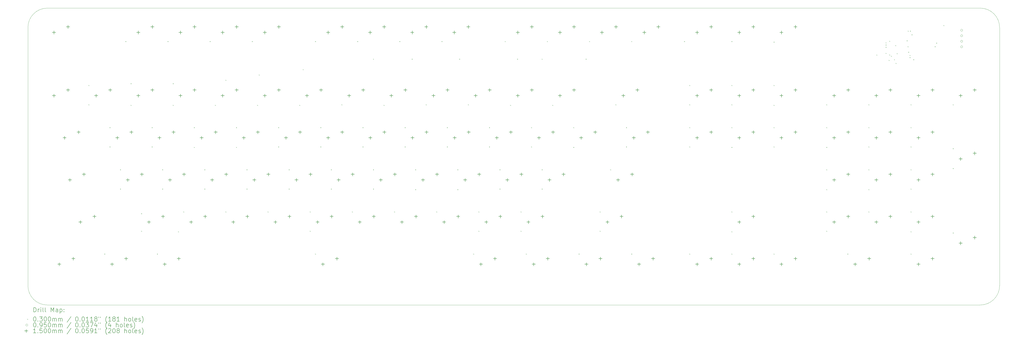
<source format=gbr>
%TF.GenerationSoftware,KiCad,Pcbnew,8.0.5*%
%TF.CreationDate,2025-06-15T08:44:16-07:00*%
%TF.ProjectId,Full Keyboard,46756c6c-204b-4657-9962-6f6172642e6b,2.0.0*%
%TF.SameCoordinates,Original*%
%TF.FileFunction,Drillmap*%
%TF.FilePolarity,Positive*%
%FSLAX45Y45*%
G04 Gerber Fmt 4.5, Leading zero omitted, Abs format (unit mm)*
G04 Created by KiCad (PCBNEW 8.0.5) date 2025-06-15 08:44:16*
%MOMM*%
%LPD*%
G01*
G04 APERTURE LIST*
%ADD10C,0.050000*%
%ADD11C,0.200000*%
%ADD12C,0.100000*%
%ADD13C,0.150000*%
G04 APERTURE END LIST*
D10*
X52737134Y-21607326D02*
G75*
G02*
X53612057Y-22482258I-6J-874929D01*
G01*
X10589008Y-35025316D02*
G75*
G02*
X9714083Y-34150387I1J874926D01*
G01*
X10589008Y-35025316D02*
X52737133Y-35025316D01*
X9714083Y-22482262D02*
X9714083Y-34150387D01*
X9714082Y-22482253D02*
G75*
G02*
X10589009Y-21607326I874927J0D01*
G01*
X53612057Y-22482258D02*
X53612057Y-34150383D01*
X52737134Y-21607326D02*
X10589009Y-21607326D01*
X53612057Y-34150383D02*
G75*
G02*
X52737133Y-35025316I-874930J-3D01*
G01*
D11*
D12*
X12449985Y-25086433D02*
X12479985Y-25116433D01*
X12479985Y-25086433D02*
X12449985Y-25116433D01*
X12449985Y-25959503D02*
X12479985Y-25989503D01*
X12479985Y-25959503D02*
X12449985Y-25989503D01*
X13164315Y-32705953D02*
X13194315Y-32735953D01*
X13194315Y-32705953D02*
X13164315Y-32735953D01*
X13402425Y-26991313D02*
X13432425Y-27021313D01*
X13432425Y-26991313D02*
X13402425Y-27021313D01*
X13402425Y-27864383D02*
X13432425Y-27894383D01*
X13432425Y-27864383D02*
X13402425Y-27894383D01*
X13878645Y-28896193D02*
X13908645Y-28926193D01*
X13908645Y-28896193D02*
X13878645Y-28926193D01*
X13878645Y-29769263D02*
X13908645Y-29799263D01*
X13908645Y-29769263D02*
X13878645Y-29799263D01*
X14116755Y-23102183D02*
X14146755Y-23132183D01*
X14146755Y-23102183D02*
X14116755Y-23132183D01*
X14354865Y-25007063D02*
X14384865Y-25037063D01*
X14384865Y-25007063D02*
X14354865Y-25037063D01*
X14354865Y-25985133D02*
X14384865Y-26015133D01*
X14384865Y-25985133D02*
X14354865Y-26015133D01*
X14831085Y-30880443D02*
X14861085Y-30910443D01*
X14861085Y-30880443D02*
X14831085Y-30910443D01*
X14831085Y-31674143D02*
X14861085Y-31704143D01*
X14861085Y-31674143D02*
X14831085Y-31704143D01*
X15307305Y-26991313D02*
X15337305Y-27021313D01*
X15337305Y-26991313D02*
X15307305Y-27021313D01*
X15307305Y-27864383D02*
X15337305Y-27894383D01*
X15337305Y-27864383D02*
X15307305Y-27894383D01*
X15545415Y-32705953D02*
X15575415Y-32735953D01*
X15575415Y-32705953D02*
X15545415Y-32735953D01*
X15783525Y-28896193D02*
X15813525Y-28926193D01*
X15813525Y-28896193D02*
X15783525Y-28926193D01*
X15783525Y-29769263D02*
X15813525Y-29799263D01*
X15813525Y-29769263D02*
X15783525Y-29799263D01*
X16021635Y-23102183D02*
X16051635Y-23132183D01*
X16051635Y-23102183D02*
X16021635Y-23132183D01*
X16259745Y-25007063D02*
X16289745Y-25037063D01*
X16289745Y-25007063D02*
X16259745Y-25037063D01*
X16259745Y-25985133D02*
X16289745Y-26015133D01*
X16289745Y-25985133D02*
X16259745Y-26015133D01*
X16497855Y-31699773D02*
X16527855Y-31729773D01*
X16527855Y-31699773D02*
X16497855Y-31729773D01*
X16735965Y-30801073D02*
X16765965Y-30831073D01*
X16765965Y-30801073D02*
X16735965Y-30831073D01*
X17212185Y-26991313D02*
X17242185Y-27021313D01*
X17242185Y-26991313D02*
X17212185Y-27021313D01*
X17212185Y-27883753D02*
X17242185Y-27913753D01*
X17242185Y-27883753D02*
X17212185Y-27913753D01*
X17688405Y-28896193D02*
X17718405Y-28926193D01*
X17718405Y-28896193D02*
X17688405Y-28926193D01*
X17688405Y-29769263D02*
X17718405Y-29799263D01*
X17718405Y-29769263D02*
X17688405Y-29799263D01*
X17926515Y-23102183D02*
X17956515Y-23132183D01*
X17956515Y-23102183D02*
X17926515Y-23132183D01*
X18164625Y-25985133D02*
X18194625Y-26015133D01*
X18194625Y-25985133D02*
X18164625Y-26015133D01*
X18640845Y-24848323D02*
X18670845Y-24878323D01*
X18670845Y-24848323D02*
X18640845Y-24878323D01*
X18640845Y-30801073D02*
X18670845Y-30831073D01*
X18670845Y-30801073D02*
X18640845Y-30831073D01*
X19117065Y-26991313D02*
X19147065Y-27021313D01*
X19147065Y-26991313D02*
X19117065Y-27021313D01*
X19117065Y-27883753D02*
X19147065Y-27913753D01*
X19147065Y-27883753D02*
X19117065Y-27913753D01*
X19593285Y-28896193D02*
X19623285Y-28926193D01*
X19623285Y-28896193D02*
X19593285Y-28926193D01*
X19593285Y-29769263D02*
X19623285Y-29799263D01*
X19623285Y-29769263D02*
X19593285Y-29799263D01*
X19831395Y-23102183D02*
X19861395Y-23132183D01*
X19861395Y-23102183D02*
X19831395Y-23132183D01*
X20069505Y-25985133D02*
X20099505Y-26015133D01*
X20099505Y-25985133D02*
X20069505Y-26015133D01*
X20148875Y-24610213D02*
X20178875Y-24640213D01*
X20178875Y-24610213D02*
X20148875Y-24640213D01*
X20545725Y-30801073D02*
X20575725Y-30831073D01*
X20575725Y-30801073D02*
X20545725Y-30831073D01*
X21021945Y-26991313D02*
X21051945Y-27021313D01*
X21051945Y-26991313D02*
X21021945Y-27021313D01*
X21021945Y-27864383D02*
X21051945Y-27894383D01*
X21051945Y-27864383D02*
X21021945Y-27894383D01*
X21498165Y-28896193D02*
X21528165Y-28926193D01*
X21528165Y-28896193D02*
X21498165Y-28926193D01*
X21498165Y-29769263D02*
X21528165Y-29799263D01*
X21528165Y-29769263D02*
X21498165Y-29799263D01*
X21974385Y-25985133D02*
X22004385Y-26015133D01*
X22004385Y-25985133D02*
X21974385Y-26015133D01*
X22133125Y-24372103D02*
X22163125Y-24402103D01*
X22163125Y-24372103D02*
X22133125Y-24402103D01*
X22450605Y-30801073D02*
X22480605Y-30831073D01*
X22480605Y-30801073D02*
X22450605Y-30831073D01*
X22450605Y-31674143D02*
X22480605Y-31704143D01*
X22480605Y-31674143D02*
X22450605Y-31704143D01*
X22688715Y-23102183D02*
X22718715Y-23132183D01*
X22718715Y-23102183D02*
X22688715Y-23132183D01*
X22688715Y-32705953D02*
X22718715Y-32735953D01*
X22718715Y-32705953D02*
X22688715Y-32735953D01*
X22926825Y-26991313D02*
X22956825Y-27021313D01*
X22956825Y-26991313D02*
X22926825Y-27021313D01*
X22926825Y-27864383D02*
X22956825Y-27894383D01*
X22956825Y-27864383D02*
X22926825Y-27894383D01*
X23403045Y-28896193D02*
X23433045Y-28926193D01*
X23433045Y-28896193D02*
X23403045Y-28926193D01*
X23403045Y-29769263D02*
X23433045Y-29799263D01*
X23433045Y-29769263D02*
X23403045Y-29799263D01*
X23879265Y-25959503D02*
X23909265Y-25989503D01*
X23909265Y-25959503D02*
X23879265Y-25989503D01*
X24355485Y-30801073D02*
X24385485Y-30831073D01*
X24385485Y-30801073D02*
X24355485Y-30831073D01*
X24593595Y-23102183D02*
X24623595Y-23132183D01*
X24623595Y-23102183D02*
X24593595Y-23132183D01*
X24831705Y-26991313D02*
X24861705Y-27021313D01*
X24861705Y-26991313D02*
X24831705Y-27021313D01*
X24831705Y-27864383D02*
X24861705Y-27894383D01*
X24861705Y-27864383D02*
X24831705Y-27894383D01*
X25307925Y-23895883D02*
X25337925Y-23925883D01*
X25337925Y-23895883D02*
X25307925Y-23925883D01*
X25307925Y-28896193D02*
X25337925Y-28926193D01*
X25337925Y-28896193D02*
X25307925Y-28926193D01*
X25307925Y-29769263D02*
X25337925Y-29799263D01*
X25337925Y-29769263D02*
X25307925Y-29799263D01*
X25784145Y-25985133D02*
X25814145Y-26015133D01*
X25814145Y-25985133D02*
X25784145Y-26015133D01*
X26260365Y-30801073D02*
X26290365Y-30831073D01*
X26290365Y-30801073D02*
X26260365Y-30831073D01*
X26498475Y-23102183D02*
X26528475Y-23132183D01*
X26528475Y-23102183D02*
X26498475Y-23132183D01*
X26736585Y-26991313D02*
X26766585Y-27021313D01*
X26766585Y-26991313D02*
X26736585Y-27021313D01*
X26736585Y-27864383D02*
X26766585Y-27894383D01*
X26766585Y-27864383D02*
X26736585Y-27894383D01*
X27054065Y-23895883D02*
X27084065Y-23925883D01*
X27084065Y-23895883D02*
X27054065Y-23925883D01*
X27212805Y-28896193D02*
X27242805Y-28926193D01*
X27242805Y-28896193D02*
X27212805Y-28926193D01*
X27212805Y-29794893D02*
X27242805Y-29824893D01*
X27242805Y-29794893D02*
X27212805Y-29824893D01*
X27689025Y-25959503D02*
X27719025Y-25989503D01*
X27719025Y-25959503D02*
X27689025Y-25989503D01*
X28165245Y-30801073D02*
X28195245Y-30831073D01*
X28195245Y-30801073D02*
X28165245Y-30831073D01*
X28403355Y-23102183D02*
X28433355Y-23132183D01*
X28433355Y-23102183D02*
X28403355Y-23132183D01*
X28641465Y-26991313D02*
X28671465Y-27021313D01*
X28671465Y-26991313D02*
X28641465Y-27021313D01*
X28641465Y-27864383D02*
X28671465Y-27894383D01*
X28671465Y-27864383D02*
X28641465Y-27894383D01*
X29117685Y-28896193D02*
X29147685Y-28926193D01*
X29147685Y-28896193D02*
X29117685Y-28926193D01*
X29117685Y-29794893D02*
X29147685Y-29824893D01*
X29147685Y-29794893D02*
X29117685Y-29824893D01*
X29197055Y-23895883D02*
X29227055Y-23925883D01*
X29227055Y-23895883D02*
X29197055Y-23925883D01*
X29593905Y-25959503D02*
X29623905Y-25989503D01*
X29623905Y-25959503D02*
X29593905Y-25989503D01*
X29832015Y-32705953D02*
X29862015Y-32735953D01*
X29862015Y-32705953D02*
X29832015Y-32735953D01*
X30070125Y-30801073D02*
X30100125Y-30831073D01*
X30100125Y-30801073D02*
X30070125Y-30831073D01*
X30070125Y-31674143D02*
X30100125Y-31704143D01*
X30100125Y-31674143D02*
X30070125Y-31704143D01*
X30546345Y-26991313D02*
X30576345Y-27021313D01*
X30576345Y-26991313D02*
X30546345Y-27021313D01*
X30546345Y-27864383D02*
X30576345Y-27894383D01*
X30576345Y-27864383D02*
X30546345Y-27894383D01*
X31022565Y-28896193D02*
X31052565Y-28926193D01*
X31052565Y-28896193D02*
X31022565Y-28926193D01*
X31022565Y-29769263D02*
X31052565Y-29799263D01*
X31052565Y-29769263D02*
X31022565Y-29799263D01*
X31260675Y-23102183D02*
X31290675Y-23132183D01*
X31290675Y-23102183D02*
X31260675Y-23132183D01*
X31498785Y-25985133D02*
X31528785Y-26015133D01*
X31528785Y-25985133D02*
X31498785Y-26015133D01*
X31816265Y-23895883D02*
X31846265Y-23925883D01*
X31846265Y-23895883D02*
X31816265Y-23925883D01*
X31975005Y-30801073D02*
X32005005Y-30831073D01*
X32005005Y-30801073D02*
X31975005Y-30831073D01*
X31975005Y-31674143D02*
X32005005Y-31704143D01*
X32005005Y-31674143D02*
X31975005Y-31704143D01*
X32213115Y-32705953D02*
X32243115Y-32735953D01*
X32243115Y-32705953D02*
X32213115Y-32735953D01*
X32451225Y-26991313D02*
X32481225Y-27021313D01*
X32481225Y-26991313D02*
X32451225Y-27021313D01*
X32451225Y-27864383D02*
X32481225Y-27894383D01*
X32481225Y-27864383D02*
X32451225Y-27894383D01*
X32927445Y-23895883D02*
X32957445Y-23925883D01*
X32957445Y-23895883D02*
X32927445Y-23925883D01*
X32927445Y-28896193D02*
X32957445Y-28926193D01*
X32957445Y-28896193D02*
X32927445Y-28926193D01*
X32927445Y-29769263D02*
X32957445Y-29799263D01*
X32957445Y-29769263D02*
X32927445Y-29799263D01*
X33165555Y-23102183D02*
X33195555Y-23132183D01*
X33195555Y-23102183D02*
X33165555Y-23132183D01*
X33403665Y-25985133D02*
X33433665Y-26015133D01*
X33433665Y-25985133D02*
X33403665Y-26015133D01*
X34356105Y-26991313D02*
X34386105Y-27021313D01*
X34386105Y-26991313D02*
X34356105Y-27021313D01*
X34356105Y-27883753D02*
X34386105Y-27913753D01*
X34386105Y-27883753D02*
X34356105Y-27913753D01*
X34594215Y-32705953D02*
X34624215Y-32735953D01*
X34624215Y-32705953D02*
X34594215Y-32735953D01*
X34911695Y-23895883D02*
X34941695Y-23925883D01*
X34941695Y-23895883D02*
X34911695Y-23925883D01*
X35070435Y-23102183D02*
X35100435Y-23132183D01*
X35100435Y-23102183D02*
X35070435Y-23132183D01*
X35546655Y-30801073D02*
X35576655Y-30831073D01*
X35576655Y-30801073D02*
X35546655Y-30831073D01*
X35546655Y-31674143D02*
X35576655Y-31704143D01*
X35576655Y-31674143D02*
X35546655Y-31704143D01*
X36022875Y-28896193D02*
X36052875Y-28926193D01*
X36052875Y-28896193D02*
X36022875Y-28926193D01*
X36260985Y-25959503D02*
X36290985Y-25989503D01*
X36290985Y-25959503D02*
X36260985Y-25989503D01*
X36737205Y-26991313D02*
X36767205Y-27021313D01*
X36767205Y-26991313D02*
X36737205Y-27021313D01*
X36737205Y-27864383D02*
X36767205Y-27894383D01*
X36767205Y-27864383D02*
X36737205Y-27894383D01*
X36975315Y-23102183D02*
X37005315Y-23132183D01*
X37005315Y-23102183D02*
X36975315Y-23132183D01*
X36975315Y-32705953D02*
X37005315Y-32735953D01*
X37005315Y-32705953D02*
X36975315Y-32735953D01*
X39356415Y-23102183D02*
X39386415Y-23132183D01*
X39386415Y-23102183D02*
X39356415Y-23132183D01*
X39594525Y-25086433D02*
X39624525Y-25116433D01*
X39624525Y-25086433D02*
X39594525Y-25116433D01*
X39594525Y-25959503D02*
X39624525Y-25989503D01*
X39624525Y-25959503D02*
X39594525Y-25989503D01*
X39594525Y-26991313D02*
X39624525Y-27021313D01*
X39624525Y-26991313D02*
X39594525Y-27021313D01*
X39594525Y-27864383D02*
X39624525Y-27894383D01*
X39624525Y-27864383D02*
X39594525Y-27894383D01*
X39594525Y-32705953D02*
X39624525Y-32735953D01*
X39624525Y-32705953D02*
X39594525Y-32735953D01*
X41499405Y-23102183D02*
X41529405Y-23132183D01*
X41529405Y-23102183D02*
X41499405Y-23132183D01*
X41499405Y-25086433D02*
X41529405Y-25116433D01*
X41529405Y-25086433D02*
X41499405Y-25116433D01*
X41499405Y-25959503D02*
X41529405Y-25989503D01*
X41529405Y-25959503D02*
X41499405Y-25989503D01*
X41499405Y-26991313D02*
X41529405Y-27021313D01*
X41529405Y-26991313D02*
X41499405Y-27021313D01*
X41499405Y-27883753D02*
X41529405Y-27913753D01*
X41529405Y-27883753D02*
X41499405Y-27913753D01*
X41499405Y-30801073D02*
X41529405Y-30831073D01*
X41529405Y-30801073D02*
X41499405Y-30831073D01*
X41499405Y-31699773D02*
X41529405Y-31729773D01*
X41529405Y-31699773D02*
X41499405Y-31729773D01*
X41499405Y-32705953D02*
X41529405Y-32735953D01*
X41529405Y-32705953D02*
X41499405Y-32735953D01*
X43404285Y-23127813D02*
X43434285Y-23157813D01*
X43434285Y-23127813D02*
X43404285Y-23157813D01*
X43404285Y-25086433D02*
X43434285Y-25116433D01*
X43434285Y-25086433D02*
X43404285Y-25116433D01*
X43404285Y-25985133D02*
X43434285Y-26015133D01*
X43434285Y-25985133D02*
X43404285Y-26015133D01*
X43404285Y-26991313D02*
X43434285Y-27021313D01*
X43434285Y-26991313D02*
X43404285Y-27021313D01*
X43404285Y-27864383D02*
X43434285Y-27894383D01*
X43434285Y-27864383D02*
X43404285Y-27894383D01*
X43404285Y-32705953D02*
X43434285Y-32735953D01*
X43434285Y-32705953D02*
X43404285Y-32735953D01*
X45785385Y-25959503D02*
X45815385Y-25989503D01*
X45815385Y-25959503D02*
X45785385Y-25989503D01*
X45785385Y-26991313D02*
X45815385Y-27021313D01*
X45815385Y-26991313D02*
X45785385Y-27021313D01*
X45785385Y-27883753D02*
X45815385Y-27913753D01*
X45815385Y-27883753D02*
X45785385Y-27913753D01*
X45785385Y-28896193D02*
X45815385Y-28926193D01*
X45815385Y-28896193D02*
X45785385Y-28926193D01*
X45785385Y-29794893D02*
X45815385Y-29824893D01*
X45815385Y-29794893D02*
X45785385Y-29824893D01*
X45785385Y-30801073D02*
X45815385Y-30831073D01*
X45815385Y-30801073D02*
X45785385Y-30831073D01*
X45785385Y-31674143D02*
X45815385Y-31704143D01*
X45815385Y-31674143D02*
X45785385Y-31704143D01*
X46737825Y-32705953D02*
X46767825Y-32735953D01*
X46767825Y-32705953D02*
X46737825Y-32735953D01*
X47690265Y-25959503D02*
X47720265Y-25989503D01*
X47720265Y-25959503D02*
X47690265Y-25989503D01*
X47690265Y-26991313D02*
X47720265Y-27021313D01*
X47720265Y-26991313D02*
X47690265Y-27021313D01*
X47690265Y-27864383D02*
X47720265Y-27894383D01*
X47720265Y-27864383D02*
X47690265Y-27894383D01*
X47690265Y-28896193D02*
X47720265Y-28926193D01*
X47720265Y-28896193D02*
X47690265Y-28926193D01*
X47690265Y-29794893D02*
X47720265Y-29824893D01*
X47720265Y-29794893D02*
X47690265Y-29824893D01*
X47690265Y-30801073D02*
X47720265Y-30831073D01*
X47720265Y-30801073D02*
X47690265Y-30831073D01*
X48046914Y-23710922D02*
X48076914Y-23740922D01*
X48076914Y-23710922D02*
X48046914Y-23740922D01*
X48463744Y-23160253D02*
X48493744Y-23190253D01*
X48493744Y-23160253D02*
X48463744Y-23190253D01*
X48463745Y-23258503D02*
X48493745Y-23288503D01*
X48493745Y-23258503D02*
X48463745Y-23288503D01*
X48463745Y-23358503D02*
X48493745Y-23388503D01*
X48493745Y-23358503D02*
X48463745Y-23388503D01*
X48463745Y-23633503D02*
X48493745Y-23663503D01*
X48493745Y-23633503D02*
X48463745Y-23663503D01*
X48601995Y-23951003D02*
X48631995Y-23981003D01*
X48631995Y-23951003D02*
X48601995Y-23981003D01*
X48627744Y-23704503D02*
X48657744Y-23734503D01*
X48657744Y-23704503D02*
X48627744Y-23734503D01*
X48627744Y-23089253D02*
X48657744Y-23119253D01*
X48657744Y-23089253D02*
X48627744Y-23119253D01*
X48704741Y-23763404D02*
X48734741Y-23793404D01*
X48734741Y-23763404D02*
X48704741Y-23793404D01*
X48845995Y-23922753D02*
X48875995Y-23952753D01*
X48875995Y-23922753D02*
X48845995Y-23952753D01*
X48901995Y-23283503D02*
X48931995Y-23313503D01*
X48931995Y-23283503D02*
X48901995Y-23313503D01*
X48916995Y-24086753D02*
X48946995Y-24116753D01*
X48946995Y-24086753D02*
X48916995Y-24116753D01*
X48966995Y-23648503D02*
X48996995Y-23678503D01*
X48996995Y-23648503D02*
X48966995Y-23678503D01*
X49416995Y-23068503D02*
X49446995Y-23098503D01*
X49446995Y-23068503D02*
X49416995Y-23098503D01*
X49458245Y-23333503D02*
X49488245Y-23363503D01*
X49488245Y-23333503D02*
X49458245Y-23363503D01*
X49466995Y-22630253D02*
X49496995Y-22660253D01*
X49496995Y-22630253D02*
X49466995Y-22660253D01*
X49481995Y-23583503D02*
X49511995Y-23613503D01*
X49511995Y-23583503D02*
X49481995Y-23613503D01*
X49548244Y-23824003D02*
X49578244Y-23854003D01*
X49578244Y-23824003D02*
X49548244Y-23854003D01*
X49548244Y-23725753D02*
X49578244Y-23755753D01*
X49578244Y-23725753D02*
X49548244Y-23755753D01*
X49565245Y-22630253D02*
X49595245Y-22660253D01*
X49595245Y-22630253D02*
X49565245Y-22660253D01*
X49595145Y-25959503D02*
X49625145Y-25989503D01*
X49625145Y-25959503D02*
X49595145Y-25989503D01*
X49595145Y-26991313D02*
X49625145Y-27021313D01*
X49625145Y-26991313D02*
X49595145Y-27021313D01*
X49595145Y-27864383D02*
X49625145Y-27894383D01*
X49625145Y-27864383D02*
X49595145Y-27894383D01*
X49595145Y-28896193D02*
X49625145Y-28926193D01*
X49625145Y-28896193D02*
X49595145Y-28926193D01*
X49595145Y-29769263D02*
X49625145Y-29799263D01*
X49625145Y-29769263D02*
X49595145Y-29799263D01*
X49595145Y-30801073D02*
X49625145Y-30831073D01*
X49625145Y-30801073D02*
X49595145Y-30831073D01*
X49595145Y-31699773D02*
X49625145Y-31729773D01*
X49625145Y-31699773D02*
X49595145Y-31729773D01*
X49595145Y-32705953D02*
X49625145Y-32735953D01*
X49625145Y-32705953D02*
X49595145Y-32735953D01*
X49636245Y-22794252D02*
X49666245Y-22824252D01*
X49666245Y-22794252D02*
X49636245Y-22824252D01*
X49712244Y-23922753D02*
X49742244Y-23952753D01*
X49742244Y-23922753D02*
X49712244Y-23952753D01*
X50683245Y-23333503D02*
X50713245Y-23363503D01*
X50713245Y-23333503D02*
X50683245Y-23363503D01*
X50748245Y-23172253D02*
X50778245Y-23202253D01*
X50778245Y-23172253D02*
X50748245Y-23202253D01*
X51073995Y-22379003D02*
X51103995Y-22409003D01*
X51103995Y-22379003D02*
X51073995Y-22409003D01*
X51500025Y-25959503D02*
X51530025Y-25989503D01*
X51530025Y-25959503D02*
X51500025Y-25989503D01*
X51500025Y-27943753D02*
X51530025Y-27973753D01*
X51530025Y-27943753D02*
X51500025Y-27973753D01*
X51500025Y-28842453D02*
X51530025Y-28872453D01*
X51530025Y-28842453D02*
X51500025Y-28872453D01*
X51500025Y-31753513D02*
X51530025Y-31783513D01*
X51530025Y-31753513D02*
X51500025Y-31783513D01*
X51944495Y-22606003D02*
G75*
G02*
X51849495Y-22606003I-47500J0D01*
G01*
X51849495Y-22606003D02*
G75*
G02*
X51944495Y-22606003I47500J0D01*
G01*
X51944495Y-22856003D02*
G75*
G02*
X51849495Y-22856003I-47500J0D01*
G01*
X51849495Y-22856003D02*
G75*
G02*
X51944495Y-22856003I47500J0D01*
G01*
X51944495Y-23106003D02*
G75*
G02*
X51849495Y-23106003I-47500J0D01*
G01*
X51849495Y-23106003D02*
G75*
G02*
X51944495Y-23106003I47500J0D01*
G01*
X51944495Y-23356003D02*
G75*
G02*
X51849495Y-23356003I-47500J0D01*
G01*
X51849495Y-23356003D02*
G75*
G02*
X51944495Y-23356003I47500J0D01*
G01*
D13*
X10893495Y-22629503D02*
X10893495Y-22779503D01*
X10818495Y-22704503D02*
X10968495Y-22704503D01*
X10893495Y-25487003D02*
X10893495Y-25637003D01*
X10818495Y-25562003D02*
X10968495Y-25562003D01*
X11131620Y-33107003D02*
X11131620Y-33257003D01*
X11056620Y-33182003D02*
X11206620Y-33182003D01*
X11369745Y-27392003D02*
X11369745Y-27542003D01*
X11294745Y-27467003D02*
X11444745Y-27467003D01*
X11528495Y-22375503D02*
X11528495Y-22525503D01*
X11453495Y-22450503D02*
X11603495Y-22450503D01*
X11528495Y-25233003D02*
X11528495Y-25383003D01*
X11453495Y-25308003D02*
X11603495Y-25308003D01*
X11607870Y-29297003D02*
X11607870Y-29447003D01*
X11532870Y-29372003D02*
X11682870Y-29372003D01*
X11766620Y-32853003D02*
X11766620Y-33003003D01*
X11691620Y-32928003D02*
X11841620Y-32928003D01*
X12004745Y-27138003D02*
X12004745Y-27288003D01*
X11929745Y-27213003D02*
X12079745Y-27213003D01*
X12084120Y-31202003D02*
X12084120Y-31352003D01*
X12009120Y-31277003D02*
X12159120Y-31277003D01*
X12242870Y-29043003D02*
X12242870Y-29193003D01*
X12167870Y-29118003D02*
X12317870Y-29118003D01*
X12719120Y-30948003D02*
X12719120Y-31098003D01*
X12644120Y-31023003D02*
X12794120Y-31023003D01*
X12798495Y-25487003D02*
X12798495Y-25637003D01*
X12723495Y-25562003D02*
X12873495Y-25562003D01*
X13433495Y-25233003D02*
X13433495Y-25383003D01*
X13358495Y-25308003D02*
X13508495Y-25308003D01*
X13512870Y-33107003D02*
X13512870Y-33257003D01*
X13437870Y-33182003D02*
X13587870Y-33182003D01*
X13750995Y-27392003D02*
X13750995Y-27542003D01*
X13675995Y-27467003D02*
X13825995Y-27467003D01*
X14147870Y-32853003D02*
X14147870Y-33003003D01*
X14072870Y-32928003D02*
X14222870Y-32928003D01*
X14227245Y-29297003D02*
X14227245Y-29447003D01*
X14152245Y-29372003D02*
X14302245Y-29372003D01*
X14385995Y-27138003D02*
X14385995Y-27288003D01*
X14310995Y-27213003D02*
X14460995Y-27213003D01*
X14703495Y-22629503D02*
X14703495Y-22779503D01*
X14628495Y-22704503D02*
X14778495Y-22704503D01*
X14703495Y-25487003D02*
X14703495Y-25637003D01*
X14628495Y-25562003D02*
X14778495Y-25562003D01*
X14862245Y-29043003D02*
X14862245Y-29193003D01*
X14787245Y-29118003D02*
X14937245Y-29118003D01*
X15179745Y-31202003D02*
X15179745Y-31352003D01*
X15104745Y-31277003D02*
X15254745Y-31277003D01*
X15338495Y-22375503D02*
X15338495Y-22525503D01*
X15263495Y-22450503D02*
X15413495Y-22450503D01*
X15338495Y-25233003D02*
X15338495Y-25383003D01*
X15263495Y-25308003D02*
X15413495Y-25308003D01*
X15655995Y-27392003D02*
X15655995Y-27542003D01*
X15580995Y-27467003D02*
X15730995Y-27467003D01*
X15814745Y-30948003D02*
X15814745Y-31098003D01*
X15739745Y-31023003D02*
X15889745Y-31023003D01*
X15894120Y-33107003D02*
X15894120Y-33257003D01*
X15819120Y-33182003D02*
X15969120Y-33182003D01*
X16132245Y-29297003D02*
X16132245Y-29447003D01*
X16057245Y-29372003D02*
X16207245Y-29372003D01*
X16290995Y-27138003D02*
X16290995Y-27288003D01*
X16215995Y-27213003D02*
X16365995Y-27213003D01*
X16529120Y-32853003D02*
X16529120Y-33003003D01*
X16454120Y-32928003D02*
X16604120Y-32928003D01*
X16608495Y-22629503D02*
X16608495Y-22779503D01*
X16533495Y-22704503D02*
X16683495Y-22704503D01*
X16608495Y-25487003D02*
X16608495Y-25637003D01*
X16533495Y-25562003D02*
X16683495Y-25562003D01*
X16767245Y-29043003D02*
X16767245Y-29193003D01*
X16692245Y-29118003D02*
X16842245Y-29118003D01*
X17084745Y-31202003D02*
X17084745Y-31352003D01*
X17009745Y-31277003D02*
X17159745Y-31277003D01*
X17243495Y-22375503D02*
X17243495Y-22525503D01*
X17168495Y-22450503D02*
X17318495Y-22450503D01*
X17243495Y-25233003D02*
X17243495Y-25383003D01*
X17168495Y-25308003D02*
X17318495Y-25308003D01*
X17560995Y-27392003D02*
X17560995Y-27542003D01*
X17485995Y-27467003D02*
X17635995Y-27467003D01*
X17719745Y-30948003D02*
X17719745Y-31098003D01*
X17644745Y-31023003D02*
X17794745Y-31023003D01*
X18037245Y-29297003D02*
X18037245Y-29447003D01*
X17962245Y-29372003D02*
X18112245Y-29372003D01*
X18195995Y-27138003D02*
X18195995Y-27288003D01*
X18120995Y-27213003D02*
X18270995Y-27213003D01*
X18513495Y-22629503D02*
X18513495Y-22779503D01*
X18438495Y-22704503D02*
X18588495Y-22704503D01*
X18513495Y-25487003D02*
X18513495Y-25637003D01*
X18438495Y-25562003D02*
X18588495Y-25562003D01*
X18672245Y-29043003D02*
X18672245Y-29193003D01*
X18597245Y-29118003D02*
X18747245Y-29118003D01*
X18989745Y-31202003D02*
X18989745Y-31352003D01*
X18914745Y-31277003D02*
X19064745Y-31277003D01*
X19148495Y-22375503D02*
X19148495Y-22525503D01*
X19073495Y-22450503D02*
X19223495Y-22450503D01*
X19148495Y-25233003D02*
X19148495Y-25383003D01*
X19073495Y-25308003D02*
X19223495Y-25308003D01*
X19465995Y-27392003D02*
X19465995Y-27542003D01*
X19390995Y-27467003D02*
X19540995Y-27467003D01*
X19624745Y-30948003D02*
X19624745Y-31098003D01*
X19549745Y-31023003D02*
X19699745Y-31023003D01*
X19942245Y-29297003D02*
X19942245Y-29447003D01*
X19867245Y-29372003D02*
X20017245Y-29372003D01*
X20100995Y-27138003D02*
X20100995Y-27288003D01*
X20025995Y-27213003D02*
X20175995Y-27213003D01*
X20418495Y-22629503D02*
X20418495Y-22779503D01*
X20343495Y-22704503D02*
X20493495Y-22704503D01*
X20418495Y-25487003D02*
X20418495Y-25637003D01*
X20343495Y-25562003D02*
X20493495Y-25562003D01*
X20577245Y-29043003D02*
X20577245Y-29193003D01*
X20502245Y-29118003D02*
X20652245Y-29118003D01*
X20894745Y-31202003D02*
X20894745Y-31352003D01*
X20819745Y-31277003D02*
X20969745Y-31277003D01*
X21053495Y-22375503D02*
X21053495Y-22525503D01*
X20978495Y-22450503D02*
X21128495Y-22450503D01*
X21053495Y-25233003D02*
X21053495Y-25383003D01*
X20978495Y-25308003D02*
X21128495Y-25308003D01*
X21370995Y-27392003D02*
X21370995Y-27542003D01*
X21295995Y-27467003D02*
X21445995Y-27467003D01*
X21529745Y-30948003D02*
X21529745Y-31098003D01*
X21454745Y-31023003D02*
X21604745Y-31023003D01*
X21847245Y-29297003D02*
X21847245Y-29447003D01*
X21772245Y-29372003D02*
X21922245Y-29372003D01*
X22005995Y-27138003D02*
X22005995Y-27288003D01*
X21930995Y-27213003D02*
X22080995Y-27213003D01*
X22323495Y-25487003D02*
X22323495Y-25637003D01*
X22248495Y-25562003D02*
X22398495Y-25562003D01*
X22482245Y-29043003D02*
X22482245Y-29193003D01*
X22407245Y-29118003D02*
X22557245Y-29118003D01*
X22799745Y-31202003D02*
X22799745Y-31352003D01*
X22724745Y-31277003D02*
X22874745Y-31277003D01*
X22958495Y-25233003D02*
X22958495Y-25383003D01*
X22883495Y-25308003D02*
X23033495Y-25308003D01*
X23037870Y-33107003D02*
X23037870Y-33257003D01*
X22962870Y-33182003D02*
X23112870Y-33182003D01*
X23275995Y-22629503D02*
X23275995Y-22779503D01*
X23200995Y-22704503D02*
X23350995Y-22704503D01*
X23275995Y-27392003D02*
X23275995Y-27542003D01*
X23200995Y-27467003D02*
X23350995Y-27467003D01*
X23434745Y-30948003D02*
X23434745Y-31098003D01*
X23359745Y-31023003D02*
X23509745Y-31023003D01*
X23672870Y-32853003D02*
X23672870Y-33003003D01*
X23597870Y-32928003D02*
X23747870Y-32928003D01*
X23752245Y-29297003D02*
X23752245Y-29447003D01*
X23677245Y-29372003D02*
X23827245Y-29372003D01*
X23910995Y-22375503D02*
X23910995Y-22525503D01*
X23835995Y-22450503D02*
X23985995Y-22450503D01*
X23910995Y-27138003D02*
X23910995Y-27288003D01*
X23835995Y-27213003D02*
X23985995Y-27213003D01*
X24228495Y-25487003D02*
X24228495Y-25637003D01*
X24153495Y-25562003D02*
X24303495Y-25562003D01*
X24387245Y-29043003D02*
X24387245Y-29193003D01*
X24312245Y-29118003D02*
X24462245Y-29118003D01*
X24704745Y-31202003D02*
X24704745Y-31352003D01*
X24629745Y-31277003D02*
X24779745Y-31277003D01*
X24863495Y-25233003D02*
X24863495Y-25383003D01*
X24788495Y-25308003D02*
X24938495Y-25308003D01*
X25175995Y-22629503D02*
X25175995Y-22779503D01*
X25100995Y-22704503D02*
X25250995Y-22704503D01*
X25180995Y-27392003D02*
X25180995Y-27542003D01*
X25105995Y-27467003D02*
X25255995Y-27467003D01*
X25339745Y-30948003D02*
X25339745Y-31098003D01*
X25264745Y-31023003D02*
X25414745Y-31023003D01*
X25657245Y-29297003D02*
X25657245Y-29447003D01*
X25582245Y-29372003D02*
X25732245Y-29372003D01*
X25810995Y-22375503D02*
X25810995Y-22525503D01*
X25735995Y-22450503D02*
X25885995Y-22450503D01*
X25815995Y-27138003D02*
X25815995Y-27288003D01*
X25740995Y-27213003D02*
X25890995Y-27213003D01*
X26133495Y-25487003D02*
X26133495Y-25637003D01*
X26058495Y-25562003D02*
X26208495Y-25562003D01*
X26292245Y-29043003D02*
X26292245Y-29193003D01*
X26217245Y-29118003D02*
X26367245Y-29118003D01*
X26609745Y-31202003D02*
X26609745Y-31352003D01*
X26534745Y-31277003D02*
X26684745Y-31277003D01*
X26768495Y-25233003D02*
X26768495Y-25383003D01*
X26693495Y-25308003D02*
X26843495Y-25308003D01*
X27075995Y-22629503D02*
X27075995Y-22779503D01*
X27000995Y-22704503D02*
X27150995Y-22704503D01*
X27085995Y-27392003D02*
X27085995Y-27542003D01*
X27010995Y-27467003D02*
X27160995Y-27467003D01*
X27244745Y-30948003D02*
X27244745Y-31098003D01*
X27169745Y-31023003D02*
X27319745Y-31023003D01*
X27562245Y-29297003D02*
X27562245Y-29447003D01*
X27487245Y-29372003D02*
X27637245Y-29372003D01*
X27710995Y-22375503D02*
X27710995Y-22525503D01*
X27635995Y-22450503D02*
X27785995Y-22450503D01*
X27720995Y-27138003D02*
X27720995Y-27288003D01*
X27645995Y-27213003D02*
X27795995Y-27213003D01*
X28038495Y-25487003D02*
X28038495Y-25637003D01*
X27963495Y-25562003D02*
X28113495Y-25562003D01*
X28197245Y-29043003D02*
X28197245Y-29193003D01*
X28122245Y-29118003D02*
X28272245Y-29118003D01*
X28514745Y-31202003D02*
X28514745Y-31352003D01*
X28439745Y-31277003D02*
X28589745Y-31277003D01*
X28673495Y-25233003D02*
X28673495Y-25383003D01*
X28598495Y-25308003D02*
X28748495Y-25308003D01*
X28975995Y-22629503D02*
X28975995Y-22779503D01*
X28900995Y-22704503D02*
X29050995Y-22704503D01*
X28990995Y-27392003D02*
X28990995Y-27542003D01*
X28915995Y-27467003D02*
X29065995Y-27467003D01*
X29149745Y-30948003D02*
X29149745Y-31098003D01*
X29074745Y-31023003D02*
X29224745Y-31023003D01*
X29467245Y-29297003D02*
X29467245Y-29447003D01*
X29392245Y-29372003D02*
X29542245Y-29372003D01*
X29610995Y-22375503D02*
X29610995Y-22525503D01*
X29535995Y-22450503D02*
X29685995Y-22450503D01*
X29625995Y-27138003D02*
X29625995Y-27288003D01*
X29550995Y-27213003D02*
X29700995Y-27213003D01*
X29943495Y-25487003D02*
X29943495Y-25637003D01*
X29868495Y-25562003D02*
X30018495Y-25562003D01*
X30102245Y-29043003D02*
X30102245Y-29193003D01*
X30027245Y-29118003D02*
X30177245Y-29118003D01*
X30181620Y-33107003D02*
X30181620Y-33257003D01*
X30106620Y-33182003D02*
X30256620Y-33182003D01*
X30419745Y-31202003D02*
X30419745Y-31352003D01*
X30344745Y-31277003D02*
X30494745Y-31277003D01*
X30578495Y-25233003D02*
X30578495Y-25383003D01*
X30503495Y-25308003D02*
X30653495Y-25308003D01*
X30816620Y-32853003D02*
X30816620Y-33003003D01*
X30741620Y-32928003D02*
X30891620Y-32928003D01*
X30895995Y-27392003D02*
X30895995Y-27542003D01*
X30820995Y-27467003D02*
X30970995Y-27467003D01*
X31054745Y-30948003D02*
X31054745Y-31098003D01*
X30979745Y-31023003D02*
X31129745Y-31023003D01*
X31372245Y-29297003D02*
X31372245Y-29447003D01*
X31297245Y-29372003D02*
X31447245Y-29372003D01*
X31530995Y-27138003D02*
X31530995Y-27288003D01*
X31455995Y-27213003D02*
X31605995Y-27213003D01*
X31848495Y-22629503D02*
X31848495Y-22779503D01*
X31773495Y-22704503D02*
X31923495Y-22704503D01*
X31848495Y-25487003D02*
X31848495Y-25637003D01*
X31773495Y-25562003D02*
X31923495Y-25562003D01*
X32007245Y-29043003D02*
X32007245Y-29193003D01*
X31932245Y-29118003D02*
X32082245Y-29118003D01*
X32324745Y-31202003D02*
X32324745Y-31352003D01*
X32249745Y-31277003D02*
X32399745Y-31277003D01*
X32483495Y-22375503D02*
X32483495Y-22525503D01*
X32408495Y-22450503D02*
X32558495Y-22450503D01*
X32483495Y-25233003D02*
X32483495Y-25383003D01*
X32408495Y-25308003D02*
X32558495Y-25308003D01*
X32562870Y-33107003D02*
X32562870Y-33257003D01*
X32487870Y-33182003D02*
X32637870Y-33182003D01*
X32800995Y-27392003D02*
X32800995Y-27542003D01*
X32725995Y-27467003D02*
X32875995Y-27467003D01*
X32959745Y-30948003D02*
X32959745Y-31098003D01*
X32884745Y-31023003D02*
X33034745Y-31023003D01*
X33197870Y-32853003D02*
X33197870Y-33003003D01*
X33122870Y-32928003D02*
X33272870Y-32928003D01*
X33277245Y-29297003D02*
X33277245Y-29447003D01*
X33202245Y-29372003D02*
X33352245Y-29372003D01*
X33435995Y-27138003D02*
X33435995Y-27288003D01*
X33360995Y-27213003D02*
X33510995Y-27213003D01*
X33748495Y-22629503D02*
X33748495Y-22779503D01*
X33673495Y-22704503D02*
X33823495Y-22704503D01*
X33753495Y-25487003D02*
X33753495Y-25637003D01*
X33678495Y-25562003D02*
X33828495Y-25562003D01*
X33912245Y-29043003D02*
X33912245Y-29193003D01*
X33837245Y-29118003D02*
X33987245Y-29118003D01*
X34383495Y-22375503D02*
X34383495Y-22525503D01*
X34308495Y-22450503D02*
X34458495Y-22450503D01*
X34388495Y-25233003D02*
X34388495Y-25383003D01*
X34313495Y-25308003D02*
X34463495Y-25308003D01*
X34705995Y-27392003D02*
X34705995Y-27542003D01*
X34630995Y-27467003D02*
X34780995Y-27467003D01*
X34944120Y-33107003D02*
X34944120Y-33257003D01*
X34869120Y-33182003D02*
X35019120Y-33182003D01*
X35340995Y-27138003D02*
X35340995Y-27288003D01*
X35265995Y-27213003D02*
X35415995Y-27213003D01*
X35579120Y-32853003D02*
X35579120Y-33003003D01*
X35504120Y-32928003D02*
X35654120Y-32928003D01*
X35648495Y-22629503D02*
X35648495Y-22779503D01*
X35573495Y-22704503D02*
X35723495Y-22704503D01*
X35896620Y-31202003D02*
X35896620Y-31352003D01*
X35821620Y-31277003D02*
X35971620Y-31277003D01*
X36283495Y-22375503D02*
X36283495Y-22525503D01*
X36208495Y-22450503D02*
X36358495Y-22450503D01*
X36372870Y-29297003D02*
X36372870Y-29447003D01*
X36297870Y-29372003D02*
X36447870Y-29372003D01*
X36531620Y-30948003D02*
X36531620Y-31098003D01*
X36456620Y-31023003D02*
X36606620Y-31023003D01*
X36610995Y-25487003D02*
X36610995Y-25637003D01*
X36535995Y-25562003D02*
X36685995Y-25562003D01*
X37007870Y-29043003D02*
X37007870Y-29193003D01*
X36932870Y-29118003D02*
X37082870Y-29118003D01*
X37087245Y-27392003D02*
X37087245Y-27542003D01*
X37012245Y-27467003D02*
X37162245Y-27467003D01*
X37245995Y-25233003D02*
X37245995Y-25383003D01*
X37170995Y-25308003D02*
X37320995Y-25308003D01*
X37325370Y-33107003D02*
X37325370Y-33257003D01*
X37250370Y-33182003D02*
X37400370Y-33182003D01*
X37561495Y-22629503D02*
X37561495Y-22779503D01*
X37486495Y-22704503D02*
X37636495Y-22704503D01*
X37722245Y-27138003D02*
X37722245Y-27288003D01*
X37647245Y-27213003D02*
X37797245Y-27213003D01*
X37960370Y-32853003D02*
X37960370Y-33003003D01*
X37885370Y-32928003D02*
X38035370Y-32928003D01*
X38196495Y-22375503D02*
X38196495Y-22525503D01*
X38121495Y-22450503D02*
X38271495Y-22450503D01*
X39944745Y-22629503D02*
X39944745Y-22779503D01*
X39869745Y-22704503D02*
X40019745Y-22704503D01*
X39944745Y-25487003D02*
X39944745Y-25637003D01*
X39869745Y-25562003D02*
X40019745Y-25562003D01*
X39944745Y-27392003D02*
X39944745Y-27542003D01*
X39869745Y-27467003D02*
X40019745Y-27467003D01*
X39944745Y-33107003D02*
X39944745Y-33257003D01*
X39869745Y-33182003D02*
X40019745Y-33182003D01*
X40579745Y-22375503D02*
X40579745Y-22525503D01*
X40504745Y-22450503D02*
X40654745Y-22450503D01*
X40579745Y-25233003D02*
X40579745Y-25383003D01*
X40504745Y-25308003D02*
X40654745Y-25308003D01*
X40579745Y-27138003D02*
X40579745Y-27288003D01*
X40504745Y-27213003D02*
X40654745Y-27213003D01*
X40579745Y-32853003D02*
X40579745Y-33003003D01*
X40504745Y-32928003D02*
X40654745Y-32928003D01*
X41849745Y-22629503D02*
X41849745Y-22779503D01*
X41774745Y-22704503D02*
X41924745Y-22704503D01*
X41849745Y-25487003D02*
X41849745Y-25637003D01*
X41774745Y-25562003D02*
X41924745Y-25562003D01*
X41849745Y-27392003D02*
X41849745Y-27542003D01*
X41774745Y-27467003D02*
X41924745Y-27467003D01*
X41849745Y-31202003D02*
X41849745Y-31352003D01*
X41774745Y-31277003D02*
X41924745Y-31277003D01*
X41849745Y-33107003D02*
X41849745Y-33257003D01*
X41774745Y-33182003D02*
X41924745Y-33182003D01*
X42484745Y-22375503D02*
X42484745Y-22525503D01*
X42409745Y-22450503D02*
X42559745Y-22450503D01*
X42484745Y-25233003D02*
X42484745Y-25383003D01*
X42409745Y-25308003D02*
X42559745Y-25308003D01*
X42484745Y-27138003D02*
X42484745Y-27288003D01*
X42409745Y-27213003D02*
X42559745Y-27213003D01*
X42484745Y-30948003D02*
X42484745Y-31098003D01*
X42409745Y-31023003D02*
X42559745Y-31023003D01*
X42484745Y-32853003D02*
X42484745Y-33003003D01*
X42409745Y-32928003D02*
X42559745Y-32928003D01*
X43754745Y-22629503D02*
X43754745Y-22779503D01*
X43679745Y-22704503D02*
X43829745Y-22704503D01*
X43754745Y-25487003D02*
X43754745Y-25637003D01*
X43679745Y-25562003D02*
X43829745Y-25562003D01*
X43754745Y-27392003D02*
X43754745Y-27542003D01*
X43679745Y-27467003D02*
X43829745Y-27467003D01*
X43754745Y-33107003D02*
X43754745Y-33257003D01*
X43679745Y-33182003D02*
X43829745Y-33182003D01*
X44389745Y-22375503D02*
X44389745Y-22525503D01*
X44314745Y-22450503D02*
X44464745Y-22450503D01*
X44389745Y-25233003D02*
X44389745Y-25383003D01*
X44314745Y-25308003D02*
X44464745Y-25308003D01*
X44389745Y-27138003D02*
X44389745Y-27288003D01*
X44314745Y-27213003D02*
X44464745Y-27213003D01*
X44389745Y-32853003D02*
X44389745Y-33003003D01*
X44314745Y-32928003D02*
X44464745Y-32928003D01*
X46135995Y-25487003D02*
X46135995Y-25637003D01*
X46060995Y-25562003D02*
X46210995Y-25562003D01*
X46135995Y-27392003D02*
X46135995Y-27542003D01*
X46060995Y-27467003D02*
X46210995Y-27467003D01*
X46135995Y-29297003D02*
X46135995Y-29447003D01*
X46060995Y-29372003D02*
X46210995Y-29372003D01*
X46135995Y-31202003D02*
X46135995Y-31352003D01*
X46060995Y-31277003D02*
X46210995Y-31277003D01*
X46770995Y-25233003D02*
X46770995Y-25383003D01*
X46695995Y-25308003D02*
X46845995Y-25308003D01*
X46770995Y-27138003D02*
X46770995Y-27288003D01*
X46695995Y-27213003D02*
X46845995Y-27213003D01*
X46770995Y-29043003D02*
X46770995Y-29193003D01*
X46695995Y-29118003D02*
X46845995Y-29118003D01*
X46770995Y-30948003D02*
X46770995Y-31098003D01*
X46695995Y-31023003D02*
X46845995Y-31023003D01*
X47088495Y-33107003D02*
X47088495Y-33257003D01*
X47013495Y-33182003D02*
X47163495Y-33182003D01*
X47723495Y-32853003D02*
X47723495Y-33003003D01*
X47648495Y-32928003D02*
X47798495Y-32928003D01*
X48040995Y-25487003D02*
X48040995Y-25637003D01*
X47965995Y-25562003D02*
X48115995Y-25562003D01*
X48040995Y-27392003D02*
X48040995Y-27542003D01*
X47965995Y-27467003D02*
X48115995Y-27467003D01*
X48040995Y-29297003D02*
X48040995Y-29447003D01*
X47965995Y-29372003D02*
X48115995Y-29372003D01*
X48040995Y-31202003D02*
X48040995Y-31352003D01*
X47965995Y-31277003D02*
X48115995Y-31277003D01*
X48675995Y-25233003D02*
X48675995Y-25383003D01*
X48600995Y-25308003D02*
X48750995Y-25308003D01*
X48675995Y-27138003D02*
X48675995Y-27288003D01*
X48600995Y-27213003D02*
X48750995Y-27213003D01*
X48675995Y-29043003D02*
X48675995Y-29193003D01*
X48600995Y-29118003D02*
X48750995Y-29118003D01*
X48675995Y-30948003D02*
X48675995Y-31098003D01*
X48600995Y-31023003D02*
X48750995Y-31023003D01*
X49945995Y-25487003D02*
X49945995Y-25637003D01*
X49870995Y-25562003D02*
X50020995Y-25562003D01*
X49945995Y-27392003D02*
X49945995Y-27542003D01*
X49870995Y-27467003D02*
X50020995Y-27467003D01*
X49945995Y-29297003D02*
X49945995Y-29447003D01*
X49870995Y-29372003D02*
X50020995Y-29372003D01*
X49945995Y-31202003D02*
X49945995Y-31352003D01*
X49870995Y-31277003D02*
X50020995Y-31277003D01*
X49945995Y-33107003D02*
X49945995Y-33257003D01*
X49870995Y-33182003D02*
X50020995Y-33182003D01*
X50580995Y-25233003D02*
X50580995Y-25383003D01*
X50505995Y-25308003D02*
X50655995Y-25308003D01*
X50580995Y-27138003D02*
X50580995Y-27288003D01*
X50505995Y-27213003D02*
X50655995Y-27213003D01*
X50580995Y-29043003D02*
X50580995Y-29193003D01*
X50505995Y-29118003D02*
X50655995Y-29118003D01*
X50580995Y-30948003D02*
X50580995Y-31098003D01*
X50505995Y-31023003D02*
X50655995Y-31023003D01*
X50580995Y-32853003D02*
X50580995Y-33003003D01*
X50505995Y-32928003D02*
X50655995Y-32928003D01*
X51850995Y-25487003D02*
X51850995Y-25637003D01*
X51775995Y-25562003D02*
X51925995Y-25562003D01*
X51850995Y-28344503D02*
X51850995Y-28494503D01*
X51775995Y-28419503D02*
X51925995Y-28419503D01*
X51850995Y-32154503D02*
X51850995Y-32304503D01*
X51775995Y-32229503D02*
X51925995Y-32229503D01*
X52485995Y-25233003D02*
X52485995Y-25383003D01*
X52410995Y-25308003D02*
X52560995Y-25308003D01*
X52485995Y-28090503D02*
X52485995Y-28240503D01*
X52410995Y-28165503D02*
X52560995Y-28165503D01*
X52485995Y-31900503D02*
X52485995Y-32050503D01*
X52410995Y-31975503D02*
X52560995Y-31975503D01*
D11*
X9972359Y-35339299D02*
X9972359Y-35139299D01*
X9972359Y-35139299D02*
X10019978Y-35139299D01*
X10019978Y-35139299D02*
X10048549Y-35148823D01*
X10048549Y-35148823D02*
X10067597Y-35167871D01*
X10067597Y-35167871D02*
X10077121Y-35186918D01*
X10077121Y-35186918D02*
X10086645Y-35225014D01*
X10086645Y-35225014D02*
X10086645Y-35253585D01*
X10086645Y-35253585D02*
X10077121Y-35291680D01*
X10077121Y-35291680D02*
X10067597Y-35310728D01*
X10067597Y-35310728D02*
X10048549Y-35329776D01*
X10048549Y-35329776D02*
X10019978Y-35339299D01*
X10019978Y-35339299D02*
X9972359Y-35339299D01*
X10172359Y-35339299D02*
X10172359Y-35205966D01*
X10172359Y-35244061D02*
X10181883Y-35225014D01*
X10181883Y-35225014D02*
X10191406Y-35215490D01*
X10191406Y-35215490D02*
X10210454Y-35205966D01*
X10210454Y-35205966D02*
X10229502Y-35205966D01*
X10296168Y-35339299D02*
X10296168Y-35205966D01*
X10296168Y-35139299D02*
X10286645Y-35148823D01*
X10286645Y-35148823D02*
X10296168Y-35158347D01*
X10296168Y-35158347D02*
X10305692Y-35148823D01*
X10305692Y-35148823D02*
X10296168Y-35139299D01*
X10296168Y-35139299D02*
X10296168Y-35158347D01*
X10419978Y-35339299D02*
X10400930Y-35329776D01*
X10400930Y-35329776D02*
X10391406Y-35310728D01*
X10391406Y-35310728D02*
X10391406Y-35139299D01*
X10524740Y-35339299D02*
X10505692Y-35329776D01*
X10505692Y-35329776D02*
X10496168Y-35310728D01*
X10496168Y-35310728D02*
X10496168Y-35139299D01*
X10753311Y-35339299D02*
X10753311Y-35139299D01*
X10753311Y-35139299D02*
X10819978Y-35282156D01*
X10819978Y-35282156D02*
X10886645Y-35139299D01*
X10886645Y-35139299D02*
X10886645Y-35339299D01*
X11067597Y-35339299D02*
X11067597Y-35234537D01*
X11067597Y-35234537D02*
X11058073Y-35215490D01*
X11058073Y-35215490D02*
X11039026Y-35205966D01*
X11039026Y-35205966D02*
X11000930Y-35205966D01*
X11000930Y-35205966D02*
X10981883Y-35215490D01*
X11067597Y-35329776D02*
X11048549Y-35339299D01*
X11048549Y-35339299D02*
X11000930Y-35339299D01*
X11000930Y-35339299D02*
X10981883Y-35329776D01*
X10981883Y-35329776D02*
X10972359Y-35310728D01*
X10972359Y-35310728D02*
X10972359Y-35291680D01*
X10972359Y-35291680D02*
X10981883Y-35272633D01*
X10981883Y-35272633D02*
X11000930Y-35263109D01*
X11000930Y-35263109D02*
X11048549Y-35263109D01*
X11048549Y-35263109D02*
X11067597Y-35253585D01*
X11162835Y-35205966D02*
X11162835Y-35405966D01*
X11162835Y-35215490D02*
X11181883Y-35205966D01*
X11181883Y-35205966D02*
X11219978Y-35205966D01*
X11219978Y-35205966D02*
X11239025Y-35215490D01*
X11239025Y-35215490D02*
X11248549Y-35225014D01*
X11248549Y-35225014D02*
X11258073Y-35244061D01*
X11258073Y-35244061D02*
X11258073Y-35301204D01*
X11258073Y-35301204D02*
X11248549Y-35320252D01*
X11248549Y-35320252D02*
X11239025Y-35329776D01*
X11239025Y-35329776D02*
X11219978Y-35339299D01*
X11219978Y-35339299D02*
X11181883Y-35339299D01*
X11181883Y-35339299D02*
X11162835Y-35329776D01*
X11343787Y-35320252D02*
X11353311Y-35329776D01*
X11353311Y-35329776D02*
X11343787Y-35339299D01*
X11343787Y-35339299D02*
X11334264Y-35329776D01*
X11334264Y-35329776D02*
X11343787Y-35320252D01*
X11343787Y-35320252D02*
X11343787Y-35339299D01*
X11343787Y-35215490D02*
X11353311Y-35225014D01*
X11353311Y-35225014D02*
X11343787Y-35234537D01*
X11343787Y-35234537D02*
X11334264Y-35225014D01*
X11334264Y-35225014D02*
X11343787Y-35215490D01*
X11343787Y-35215490D02*
X11343787Y-35234537D01*
D12*
X9681582Y-35652816D02*
X9711582Y-35682816D01*
X9711582Y-35652816D02*
X9681582Y-35682816D01*
D11*
X10010454Y-35559299D02*
X10029502Y-35559299D01*
X10029502Y-35559299D02*
X10048549Y-35568823D01*
X10048549Y-35568823D02*
X10058073Y-35578347D01*
X10058073Y-35578347D02*
X10067597Y-35597395D01*
X10067597Y-35597395D02*
X10077121Y-35635490D01*
X10077121Y-35635490D02*
X10077121Y-35683109D01*
X10077121Y-35683109D02*
X10067597Y-35721204D01*
X10067597Y-35721204D02*
X10058073Y-35740252D01*
X10058073Y-35740252D02*
X10048549Y-35749776D01*
X10048549Y-35749776D02*
X10029502Y-35759299D01*
X10029502Y-35759299D02*
X10010454Y-35759299D01*
X10010454Y-35759299D02*
X9991406Y-35749776D01*
X9991406Y-35749776D02*
X9981883Y-35740252D01*
X9981883Y-35740252D02*
X9972359Y-35721204D01*
X9972359Y-35721204D02*
X9962835Y-35683109D01*
X9962835Y-35683109D02*
X9962835Y-35635490D01*
X9962835Y-35635490D02*
X9972359Y-35597395D01*
X9972359Y-35597395D02*
X9981883Y-35578347D01*
X9981883Y-35578347D02*
X9991406Y-35568823D01*
X9991406Y-35568823D02*
X10010454Y-35559299D01*
X10162835Y-35740252D02*
X10172359Y-35749776D01*
X10172359Y-35749776D02*
X10162835Y-35759299D01*
X10162835Y-35759299D02*
X10153311Y-35749776D01*
X10153311Y-35749776D02*
X10162835Y-35740252D01*
X10162835Y-35740252D02*
X10162835Y-35759299D01*
X10239026Y-35559299D02*
X10362835Y-35559299D01*
X10362835Y-35559299D02*
X10296168Y-35635490D01*
X10296168Y-35635490D02*
X10324740Y-35635490D01*
X10324740Y-35635490D02*
X10343787Y-35645014D01*
X10343787Y-35645014D02*
X10353311Y-35654537D01*
X10353311Y-35654537D02*
X10362835Y-35673585D01*
X10362835Y-35673585D02*
X10362835Y-35721204D01*
X10362835Y-35721204D02*
X10353311Y-35740252D01*
X10353311Y-35740252D02*
X10343787Y-35749776D01*
X10343787Y-35749776D02*
X10324740Y-35759299D01*
X10324740Y-35759299D02*
X10267597Y-35759299D01*
X10267597Y-35759299D02*
X10248549Y-35749776D01*
X10248549Y-35749776D02*
X10239026Y-35740252D01*
X10486645Y-35559299D02*
X10505692Y-35559299D01*
X10505692Y-35559299D02*
X10524740Y-35568823D01*
X10524740Y-35568823D02*
X10534264Y-35578347D01*
X10534264Y-35578347D02*
X10543787Y-35597395D01*
X10543787Y-35597395D02*
X10553311Y-35635490D01*
X10553311Y-35635490D02*
X10553311Y-35683109D01*
X10553311Y-35683109D02*
X10543787Y-35721204D01*
X10543787Y-35721204D02*
X10534264Y-35740252D01*
X10534264Y-35740252D02*
X10524740Y-35749776D01*
X10524740Y-35749776D02*
X10505692Y-35759299D01*
X10505692Y-35759299D02*
X10486645Y-35759299D01*
X10486645Y-35759299D02*
X10467597Y-35749776D01*
X10467597Y-35749776D02*
X10458073Y-35740252D01*
X10458073Y-35740252D02*
X10448549Y-35721204D01*
X10448549Y-35721204D02*
X10439026Y-35683109D01*
X10439026Y-35683109D02*
X10439026Y-35635490D01*
X10439026Y-35635490D02*
X10448549Y-35597395D01*
X10448549Y-35597395D02*
X10458073Y-35578347D01*
X10458073Y-35578347D02*
X10467597Y-35568823D01*
X10467597Y-35568823D02*
X10486645Y-35559299D01*
X10677121Y-35559299D02*
X10696168Y-35559299D01*
X10696168Y-35559299D02*
X10715216Y-35568823D01*
X10715216Y-35568823D02*
X10724740Y-35578347D01*
X10724740Y-35578347D02*
X10734264Y-35597395D01*
X10734264Y-35597395D02*
X10743787Y-35635490D01*
X10743787Y-35635490D02*
X10743787Y-35683109D01*
X10743787Y-35683109D02*
X10734264Y-35721204D01*
X10734264Y-35721204D02*
X10724740Y-35740252D01*
X10724740Y-35740252D02*
X10715216Y-35749776D01*
X10715216Y-35749776D02*
X10696168Y-35759299D01*
X10696168Y-35759299D02*
X10677121Y-35759299D01*
X10677121Y-35759299D02*
X10658073Y-35749776D01*
X10658073Y-35749776D02*
X10648549Y-35740252D01*
X10648549Y-35740252D02*
X10639026Y-35721204D01*
X10639026Y-35721204D02*
X10629502Y-35683109D01*
X10629502Y-35683109D02*
X10629502Y-35635490D01*
X10629502Y-35635490D02*
X10639026Y-35597395D01*
X10639026Y-35597395D02*
X10648549Y-35578347D01*
X10648549Y-35578347D02*
X10658073Y-35568823D01*
X10658073Y-35568823D02*
X10677121Y-35559299D01*
X10829502Y-35759299D02*
X10829502Y-35625966D01*
X10829502Y-35645014D02*
X10839026Y-35635490D01*
X10839026Y-35635490D02*
X10858073Y-35625966D01*
X10858073Y-35625966D02*
X10886645Y-35625966D01*
X10886645Y-35625966D02*
X10905692Y-35635490D01*
X10905692Y-35635490D02*
X10915216Y-35654537D01*
X10915216Y-35654537D02*
X10915216Y-35759299D01*
X10915216Y-35654537D02*
X10924740Y-35635490D01*
X10924740Y-35635490D02*
X10943787Y-35625966D01*
X10943787Y-35625966D02*
X10972359Y-35625966D01*
X10972359Y-35625966D02*
X10991407Y-35635490D01*
X10991407Y-35635490D02*
X11000930Y-35654537D01*
X11000930Y-35654537D02*
X11000930Y-35759299D01*
X11096168Y-35759299D02*
X11096168Y-35625966D01*
X11096168Y-35645014D02*
X11105692Y-35635490D01*
X11105692Y-35635490D02*
X11124740Y-35625966D01*
X11124740Y-35625966D02*
X11153311Y-35625966D01*
X11153311Y-35625966D02*
X11172359Y-35635490D01*
X11172359Y-35635490D02*
X11181883Y-35654537D01*
X11181883Y-35654537D02*
X11181883Y-35759299D01*
X11181883Y-35654537D02*
X11191406Y-35635490D01*
X11191406Y-35635490D02*
X11210454Y-35625966D01*
X11210454Y-35625966D02*
X11239025Y-35625966D01*
X11239025Y-35625966D02*
X11258073Y-35635490D01*
X11258073Y-35635490D02*
X11267597Y-35654537D01*
X11267597Y-35654537D02*
X11267597Y-35759299D01*
X11658073Y-35549776D02*
X11486645Y-35806918D01*
X11915216Y-35559299D02*
X11934264Y-35559299D01*
X11934264Y-35559299D02*
X11953311Y-35568823D01*
X11953311Y-35568823D02*
X11962835Y-35578347D01*
X11962835Y-35578347D02*
X11972359Y-35597395D01*
X11972359Y-35597395D02*
X11981883Y-35635490D01*
X11981883Y-35635490D02*
X11981883Y-35683109D01*
X11981883Y-35683109D02*
X11972359Y-35721204D01*
X11972359Y-35721204D02*
X11962835Y-35740252D01*
X11962835Y-35740252D02*
X11953311Y-35749776D01*
X11953311Y-35749776D02*
X11934264Y-35759299D01*
X11934264Y-35759299D02*
X11915216Y-35759299D01*
X11915216Y-35759299D02*
X11896168Y-35749776D01*
X11896168Y-35749776D02*
X11886645Y-35740252D01*
X11886645Y-35740252D02*
X11877121Y-35721204D01*
X11877121Y-35721204D02*
X11867597Y-35683109D01*
X11867597Y-35683109D02*
X11867597Y-35635490D01*
X11867597Y-35635490D02*
X11877121Y-35597395D01*
X11877121Y-35597395D02*
X11886645Y-35578347D01*
X11886645Y-35578347D02*
X11896168Y-35568823D01*
X11896168Y-35568823D02*
X11915216Y-35559299D01*
X12067597Y-35740252D02*
X12077121Y-35749776D01*
X12077121Y-35749776D02*
X12067597Y-35759299D01*
X12067597Y-35759299D02*
X12058073Y-35749776D01*
X12058073Y-35749776D02*
X12067597Y-35740252D01*
X12067597Y-35740252D02*
X12067597Y-35759299D01*
X12200930Y-35559299D02*
X12219978Y-35559299D01*
X12219978Y-35559299D02*
X12239026Y-35568823D01*
X12239026Y-35568823D02*
X12248549Y-35578347D01*
X12248549Y-35578347D02*
X12258073Y-35597395D01*
X12258073Y-35597395D02*
X12267597Y-35635490D01*
X12267597Y-35635490D02*
X12267597Y-35683109D01*
X12267597Y-35683109D02*
X12258073Y-35721204D01*
X12258073Y-35721204D02*
X12248549Y-35740252D01*
X12248549Y-35740252D02*
X12239026Y-35749776D01*
X12239026Y-35749776D02*
X12219978Y-35759299D01*
X12219978Y-35759299D02*
X12200930Y-35759299D01*
X12200930Y-35759299D02*
X12181883Y-35749776D01*
X12181883Y-35749776D02*
X12172359Y-35740252D01*
X12172359Y-35740252D02*
X12162835Y-35721204D01*
X12162835Y-35721204D02*
X12153311Y-35683109D01*
X12153311Y-35683109D02*
X12153311Y-35635490D01*
X12153311Y-35635490D02*
X12162835Y-35597395D01*
X12162835Y-35597395D02*
X12172359Y-35578347D01*
X12172359Y-35578347D02*
X12181883Y-35568823D01*
X12181883Y-35568823D02*
X12200930Y-35559299D01*
X12458073Y-35759299D02*
X12343788Y-35759299D01*
X12400930Y-35759299D02*
X12400930Y-35559299D01*
X12400930Y-35559299D02*
X12381883Y-35587871D01*
X12381883Y-35587871D02*
X12362835Y-35606918D01*
X12362835Y-35606918D02*
X12343788Y-35616442D01*
X12648549Y-35759299D02*
X12534264Y-35759299D01*
X12591407Y-35759299D02*
X12591407Y-35559299D01*
X12591407Y-35559299D02*
X12572359Y-35587871D01*
X12572359Y-35587871D02*
X12553311Y-35606918D01*
X12553311Y-35606918D02*
X12534264Y-35616442D01*
X12762835Y-35645014D02*
X12743788Y-35635490D01*
X12743788Y-35635490D02*
X12734264Y-35625966D01*
X12734264Y-35625966D02*
X12724740Y-35606918D01*
X12724740Y-35606918D02*
X12724740Y-35597395D01*
X12724740Y-35597395D02*
X12734264Y-35578347D01*
X12734264Y-35578347D02*
X12743788Y-35568823D01*
X12743788Y-35568823D02*
X12762835Y-35559299D01*
X12762835Y-35559299D02*
X12800930Y-35559299D01*
X12800930Y-35559299D02*
X12819978Y-35568823D01*
X12819978Y-35568823D02*
X12829502Y-35578347D01*
X12829502Y-35578347D02*
X12839026Y-35597395D01*
X12839026Y-35597395D02*
X12839026Y-35606918D01*
X12839026Y-35606918D02*
X12829502Y-35625966D01*
X12829502Y-35625966D02*
X12819978Y-35635490D01*
X12819978Y-35635490D02*
X12800930Y-35645014D01*
X12800930Y-35645014D02*
X12762835Y-35645014D01*
X12762835Y-35645014D02*
X12743788Y-35654537D01*
X12743788Y-35654537D02*
X12734264Y-35664061D01*
X12734264Y-35664061D02*
X12724740Y-35683109D01*
X12724740Y-35683109D02*
X12724740Y-35721204D01*
X12724740Y-35721204D02*
X12734264Y-35740252D01*
X12734264Y-35740252D02*
X12743788Y-35749776D01*
X12743788Y-35749776D02*
X12762835Y-35759299D01*
X12762835Y-35759299D02*
X12800930Y-35759299D01*
X12800930Y-35759299D02*
X12819978Y-35749776D01*
X12819978Y-35749776D02*
X12829502Y-35740252D01*
X12829502Y-35740252D02*
X12839026Y-35721204D01*
X12839026Y-35721204D02*
X12839026Y-35683109D01*
X12839026Y-35683109D02*
X12829502Y-35664061D01*
X12829502Y-35664061D02*
X12819978Y-35654537D01*
X12819978Y-35654537D02*
X12800930Y-35645014D01*
X12915216Y-35559299D02*
X12915216Y-35597395D01*
X12991407Y-35559299D02*
X12991407Y-35597395D01*
X13286645Y-35835490D02*
X13277121Y-35825966D01*
X13277121Y-35825966D02*
X13258073Y-35797395D01*
X13258073Y-35797395D02*
X13248550Y-35778347D01*
X13248550Y-35778347D02*
X13239026Y-35749776D01*
X13239026Y-35749776D02*
X13229502Y-35702156D01*
X13229502Y-35702156D02*
X13229502Y-35664061D01*
X13229502Y-35664061D02*
X13239026Y-35616442D01*
X13239026Y-35616442D02*
X13248550Y-35587871D01*
X13248550Y-35587871D02*
X13258073Y-35568823D01*
X13258073Y-35568823D02*
X13277121Y-35540252D01*
X13277121Y-35540252D02*
X13286645Y-35530728D01*
X13467597Y-35759299D02*
X13353311Y-35759299D01*
X13410454Y-35759299D02*
X13410454Y-35559299D01*
X13410454Y-35559299D02*
X13391407Y-35587871D01*
X13391407Y-35587871D02*
X13372359Y-35606918D01*
X13372359Y-35606918D02*
X13353311Y-35616442D01*
X13581883Y-35645014D02*
X13562835Y-35635490D01*
X13562835Y-35635490D02*
X13553311Y-35625966D01*
X13553311Y-35625966D02*
X13543788Y-35606918D01*
X13543788Y-35606918D02*
X13543788Y-35597395D01*
X13543788Y-35597395D02*
X13553311Y-35578347D01*
X13553311Y-35578347D02*
X13562835Y-35568823D01*
X13562835Y-35568823D02*
X13581883Y-35559299D01*
X13581883Y-35559299D02*
X13619978Y-35559299D01*
X13619978Y-35559299D02*
X13639026Y-35568823D01*
X13639026Y-35568823D02*
X13648550Y-35578347D01*
X13648550Y-35578347D02*
X13658073Y-35597395D01*
X13658073Y-35597395D02*
X13658073Y-35606918D01*
X13658073Y-35606918D02*
X13648550Y-35625966D01*
X13648550Y-35625966D02*
X13639026Y-35635490D01*
X13639026Y-35635490D02*
X13619978Y-35645014D01*
X13619978Y-35645014D02*
X13581883Y-35645014D01*
X13581883Y-35645014D02*
X13562835Y-35654537D01*
X13562835Y-35654537D02*
X13553311Y-35664061D01*
X13553311Y-35664061D02*
X13543788Y-35683109D01*
X13543788Y-35683109D02*
X13543788Y-35721204D01*
X13543788Y-35721204D02*
X13553311Y-35740252D01*
X13553311Y-35740252D02*
X13562835Y-35749776D01*
X13562835Y-35749776D02*
X13581883Y-35759299D01*
X13581883Y-35759299D02*
X13619978Y-35759299D01*
X13619978Y-35759299D02*
X13639026Y-35749776D01*
X13639026Y-35749776D02*
X13648550Y-35740252D01*
X13648550Y-35740252D02*
X13658073Y-35721204D01*
X13658073Y-35721204D02*
X13658073Y-35683109D01*
X13658073Y-35683109D02*
X13648550Y-35664061D01*
X13648550Y-35664061D02*
X13639026Y-35654537D01*
X13639026Y-35654537D02*
X13619978Y-35645014D01*
X13848550Y-35759299D02*
X13734264Y-35759299D01*
X13791407Y-35759299D02*
X13791407Y-35559299D01*
X13791407Y-35559299D02*
X13772359Y-35587871D01*
X13772359Y-35587871D02*
X13753311Y-35606918D01*
X13753311Y-35606918D02*
X13734264Y-35616442D01*
X14086645Y-35759299D02*
X14086645Y-35559299D01*
X14172359Y-35759299D02*
X14172359Y-35654537D01*
X14172359Y-35654537D02*
X14162835Y-35635490D01*
X14162835Y-35635490D02*
X14143788Y-35625966D01*
X14143788Y-35625966D02*
X14115216Y-35625966D01*
X14115216Y-35625966D02*
X14096169Y-35635490D01*
X14096169Y-35635490D02*
X14086645Y-35645014D01*
X14296169Y-35759299D02*
X14277121Y-35749776D01*
X14277121Y-35749776D02*
X14267597Y-35740252D01*
X14267597Y-35740252D02*
X14258073Y-35721204D01*
X14258073Y-35721204D02*
X14258073Y-35664061D01*
X14258073Y-35664061D02*
X14267597Y-35645014D01*
X14267597Y-35645014D02*
X14277121Y-35635490D01*
X14277121Y-35635490D02*
X14296169Y-35625966D01*
X14296169Y-35625966D02*
X14324740Y-35625966D01*
X14324740Y-35625966D02*
X14343788Y-35635490D01*
X14343788Y-35635490D02*
X14353312Y-35645014D01*
X14353312Y-35645014D02*
X14362835Y-35664061D01*
X14362835Y-35664061D02*
X14362835Y-35721204D01*
X14362835Y-35721204D02*
X14353312Y-35740252D01*
X14353312Y-35740252D02*
X14343788Y-35749776D01*
X14343788Y-35749776D02*
X14324740Y-35759299D01*
X14324740Y-35759299D02*
X14296169Y-35759299D01*
X14477121Y-35759299D02*
X14458073Y-35749776D01*
X14458073Y-35749776D02*
X14448550Y-35730728D01*
X14448550Y-35730728D02*
X14448550Y-35559299D01*
X14629502Y-35749776D02*
X14610454Y-35759299D01*
X14610454Y-35759299D02*
X14572359Y-35759299D01*
X14572359Y-35759299D02*
X14553312Y-35749776D01*
X14553312Y-35749776D02*
X14543788Y-35730728D01*
X14543788Y-35730728D02*
X14543788Y-35654537D01*
X14543788Y-35654537D02*
X14553312Y-35635490D01*
X14553312Y-35635490D02*
X14572359Y-35625966D01*
X14572359Y-35625966D02*
X14610454Y-35625966D01*
X14610454Y-35625966D02*
X14629502Y-35635490D01*
X14629502Y-35635490D02*
X14639026Y-35654537D01*
X14639026Y-35654537D02*
X14639026Y-35673585D01*
X14639026Y-35673585D02*
X14543788Y-35692633D01*
X14715216Y-35749776D02*
X14734264Y-35759299D01*
X14734264Y-35759299D02*
X14772359Y-35759299D01*
X14772359Y-35759299D02*
X14791407Y-35749776D01*
X14791407Y-35749776D02*
X14800931Y-35730728D01*
X14800931Y-35730728D02*
X14800931Y-35721204D01*
X14800931Y-35721204D02*
X14791407Y-35702156D01*
X14791407Y-35702156D02*
X14772359Y-35692633D01*
X14772359Y-35692633D02*
X14743788Y-35692633D01*
X14743788Y-35692633D02*
X14724740Y-35683109D01*
X14724740Y-35683109D02*
X14715216Y-35664061D01*
X14715216Y-35664061D02*
X14715216Y-35654537D01*
X14715216Y-35654537D02*
X14724740Y-35635490D01*
X14724740Y-35635490D02*
X14743788Y-35625966D01*
X14743788Y-35625966D02*
X14772359Y-35625966D01*
X14772359Y-35625966D02*
X14791407Y-35635490D01*
X14867597Y-35835490D02*
X14877121Y-35825966D01*
X14877121Y-35825966D02*
X14896169Y-35797395D01*
X14896169Y-35797395D02*
X14905693Y-35778347D01*
X14905693Y-35778347D02*
X14915216Y-35749776D01*
X14915216Y-35749776D02*
X14924740Y-35702156D01*
X14924740Y-35702156D02*
X14924740Y-35664061D01*
X14924740Y-35664061D02*
X14915216Y-35616442D01*
X14915216Y-35616442D02*
X14905693Y-35587871D01*
X14905693Y-35587871D02*
X14896169Y-35568823D01*
X14896169Y-35568823D02*
X14877121Y-35540252D01*
X14877121Y-35540252D02*
X14867597Y-35530728D01*
D12*
X9711582Y-35931816D02*
G75*
G02*
X9616582Y-35931816I-47500J0D01*
G01*
X9616582Y-35931816D02*
G75*
G02*
X9711582Y-35931816I47500J0D01*
G01*
D11*
X10010454Y-35823299D02*
X10029502Y-35823299D01*
X10029502Y-35823299D02*
X10048549Y-35832823D01*
X10048549Y-35832823D02*
X10058073Y-35842347D01*
X10058073Y-35842347D02*
X10067597Y-35861395D01*
X10067597Y-35861395D02*
X10077121Y-35899490D01*
X10077121Y-35899490D02*
X10077121Y-35947109D01*
X10077121Y-35947109D02*
X10067597Y-35985204D01*
X10067597Y-35985204D02*
X10058073Y-36004252D01*
X10058073Y-36004252D02*
X10048549Y-36013776D01*
X10048549Y-36013776D02*
X10029502Y-36023299D01*
X10029502Y-36023299D02*
X10010454Y-36023299D01*
X10010454Y-36023299D02*
X9991406Y-36013776D01*
X9991406Y-36013776D02*
X9981883Y-36004252D01*
X9981883Y-36004252D02*
X9972359Y-35985204D01*
X9972359Y-35985204D02*
X9962835Y-35947109D01*
X9962835Y-35947109D02*
X9962835Y-35899490D01*
X9962835Y-35899490D02*
X9972359Y-35861395D01*
X9972359Y-35861395D02*
X9981883Y-35842347D01*
X9981883Y-35842347D02*
X9991406Y-35832823D01*
X9991406Y-35832823D02*
X10010454Y-35823299D01*
X10162835Y-36004252D02*
X10172359Y-36013776D01*
X10172359Y-36013776D02*
X10162835Y-36023299D01*
X10162835Y-36023299D02*
X10153311Y-36013776D01*
X10153311Y-36013776D02*
X10162835Y-36004252D01*
X10162835Y-36004252D02*
X10162835Y-36023299D01*
X10267597Y-36023299D02*
X10305692Y-36023299D01*
X10305692Y-36023299D02*
X10324740Y-36013776D01*
X10324740Y-36013776D02*
X10334264Y-36004252D01*
X10334264Y-36004252D02*
X10353311Y-35975680D01*
X10353311Y-35975680D02*
X10362835Y-35937585D01*
X10362835Y-35937585D02*
X10362835Y-35861395D01*
X10362835Y-35861395D02*
X10353311Y-35842347D01*
X10353311Y-35842347D02*
X10343787Y-35832823D01*
X10343787Y-35832823D02*
X10324740Y-35823299D01*
X10324740Y-35823299D02*
X10286645Y-35823299D01*
X10286645Y-35823299D02*
X10267597Y-35832823D01*
X10267597Y-35832823D02*
X10258073Y-35842347D01*
X10258073Y-35842347D02*
X10248549Y-35861395D01*
X10248549Y-35861395D02*
X10248549Y-35909014D01*
X10248549Y-35909014D02*
X10258073Y-35928061D01*
X10258073Y-35928061D02*
X10267597Y-35937585D01*
X10267597Y-35937585D02*
X10286645Y-35947109D01*
X10286645Y-35947109D02*
X10324740Y-35947109D01*
X10324740Y-35947109D02*
X10343787Y-35937585D01*
X10343787Y-35937585D02*
X10353311Y-35928061D01*
X10353311Y-35928061D02*
X10362835Y-35909014D01*
X10543787Y-35823299D02*
X10448549Y-35823299D01*
X10448549Y-35823299D02*
X10439026Y-35918537D01*
X10439026Y-35918537D02*
X10448549Y-35909014D01*
X10448549Y-35909014D02*
X10467597Y-35899490D01*
X10467597Y-35899490D02*
X10515216Y-35899490D01*
X10515216Y-35899490D02*
X10534264Y-35909014D01*
X10534264Y-35909014D02*
X10543787Y-35918537D01*
X10543787Y-35918537D02*
X10553311Y-35937585D01*
X10553311Y-35937585D02*
X10553311Y-35985204D01*
X10553311Y-35985204D02*
X10543787Y-36004252D01*
X10543787Y-36004252D02*
X10534264Y-36013776D01*
X10534264Y-36013776D02*
X10515216Y-36023299D01*
X10515216Y-36023299D02*
X10467597Y-36023299D01*
X10467597Y-36023299D02*
X10448549Y-36013776D01*
X10448549Y-36013776D02*
X10439026Y-36004252D01*
X10677121Y-35823299D02*
X10696168Y-35823299D01*
X10696168Y-35823299D02*
X10715216Y-35832823D01*
X10715216Y-35832823D02*
X10724740Y-35842347D01*
X10724740Y-35842347D02*
X10734264Y-35861395D01*
X10734264Y-35861395D02*
X10743787Y-35899490D01*
X10743787Y-35899490D02*
X10743787Y-35947109D01*
X10743787Y-35947109D02*
X10734264Y-35985204D01*
X10734264Y-35985204D02*
X10724740Y-36004252D01*
X10724740Y-36004252D02*
X10715216Y-36013776D01*
X10715216Y-36013776D02*
X10696168Y-36023299D01*
X10696168Y-36023299D02*
X10677121Y-36023299D01*
X10677121Y-36023299D02*
X10658073Y-36013776D01*
X10658073Y-36013776D02*
X10648549Y-36004252D01*
X10648549Y-36004252D02*
X10639026Y-35985204D01*
X10639026Y-35985204D02*
X10629502Y-35947109D01*
X10629502Y-35947109D02*
X10629502Y-35899490D01*
X10629502Y-35899490D02*
X10639026Y-35861395D01*
X10639026Y-35861395D02*
X10648549Y-35842347D01*
X10648549Y-35842347D02*
X10658073Y-35832823D01*
X10658073Y-35832823D02*
X10677121Y-35823299D01*
X10829502Y-36023299D02*
X10829502Y-35889966D01*
X10829502Y-35909014D02*
X10839026Y-35899490D01*
X10839026Y-35899490D02*
X10858073Y-35889966D01*
X10858073Y-35889966D02*
X10886645Y-35889966D01*
X10886645Y-35889966D02*
X10905692Y-35899490D01*
X10905692Y-35899490D02*
X10915216Y-35918537D01*
X10915216Y-35918537D02*
X10915216Y-36023299D01*
X10915216Y-35918537D02*
X10924740Y-35899490D01*
X10924740Y-35899490D02*
X10943787Y-35889966D01*
X10943787Y-35889966D02*
X10972359Y-35889966D01*
X10972359Y-35889966D02*
X10991407Y-35899490D01*
X10991407Y-35899490D02*
X11000930Y-35918537D01*
X11000930Y-35918537D02*
X11000930Y-36023299D01*
X11096168Y-36023299D02*
X11096168Y-35889966D01*
X11096168Y-35909014D02*
X11105692Y-35899490D01*
X11105692Y-35899490D02*
X11124740Y-35889966D01*
X11124740Y-35889966D02*
X11153311Y-35889966D01*
X11153311Y-35889966D02*
X11172359Y-35899490D01*
X11172359Y-35899490D02*
X11181883Y-35918537D01*
X11181883Y-35918537D02*
X11181883Y-36023299D01*
X11181883Y-35918537D02*
X11191406Y-35899490D01*
X11191406Y-35899490D02*
X11210454Y-35889966D01*
X11210454Y-35889966D02*
X11239025Y-35889966D01*
X11239025Y-35889966D02*
X11258073Y-35899490D01*
X11258073Y-35899490D02*
X11267597Y-35918537D01*
X11267597Y-35918537D02*
X11267597Y-36023299D01*
X11658073Y-35813776D02*
X11486645Y-36070918D01*
X11915216Y-35823299D02*
X11934264Y-35823299D01*
X11934264Y-35823299D02*
X11953311Y-35832823D01*
X11953311Y-35832823D02*
X11962835Y-35842347D01*
X11962835Y-35842347D02*
X11972359Y-35861395D01*
X11972359Y-35861395D02*
X11981883Y-35899490D01*
X11981883Y-35899490D02*
X11981883Y-35947109D01*
X11981883Y-35947109D02*
X11972359Y-35985204D01*
X11972359Y-35985204D02*
X11962835Y-36004252D01*
X11962835Y-36004252D02*
X11953311Y-36013776D01*
X11953311Y-36013776D02*
X11934264Y-36023299D01*
X11934264Y-36023299D02*
X11915216Y-36023299D01*
X11915216Y-36023299D02*
X11896168Y-36013776D01*
X11896168Y-36013776D02*
X11886645Y-36004252D01*
X11886645Y-36004252D02*
X11877121Y-35985204D01*
X11877121Y-35985204D02*
X11867597Y-35947109D01*
X11867597Y-35947109D02*
X11867597Y-35899490D01*
X11867597Y-35899490D02*
X11877121Y-35861395D01*
X11877121Y-35861395D02*
X11886645Y-35842347D01*
X11886645Y-35842347D02*
X11896168Y-35832823D01*
X11896168Y-35832823D02*
X11915216Y-35823299D01*
X12067597Y-36004252D02*
X12077121Y-36013776D01*
X12077121Y-36013776D02*
X12067597Y-36023299D01*
X12067597Y-36023299D02*
X12058073Y-36013776D01*
X12058073Y-36013776D02*
X12067597Y-36004252D01*
X12067597Y-36004252D02*
X12067597Y-36023299D01*
X12200930Y-35823299D02*
X12219978Y-35823299D01*
X12219978Y-35823299D02*
X12239026Y-35832823D01*
X12239026Y-35832823D02*
X12248549Y-35842347D01*
X12248549Y-35842347D02*
X12258073Y-35861395D01*
X12258073Y-35861395D02*
X12267597Y-35899490D01*
X12267597Y-35899490D02*
X12267597Y-35947109D01*
X12267597Y-35947109D02*
X12258073Y-35985204D01*
X12258073Y-35985204D02*
X12248549Y-36004252D01*
X12248549Y-36004252D02*
X12239026Y-36013776D01*
X12239026Y-36013776D02*
X12219978Y-36023299D01*
X12219978Y-36023299D02*
X12200930Y-36023299D01*
X12200930Y-36023299D02*
X12181883Y-36013776D01*
X12181883Y-36013776D02*
X12172359Y-36004252D01*
X12172359Y-36004252D02*
X12162835Y-35985204D01*
X12162835Y-35985204D02*
X12153311Y-35947109D01*
X12153311Y-35947109D02*
X12153311Y-35899490D01*
X12153311Y-35899490D02*
X12162835Y-35861395D01*
X12162835Y-35861395D02*
X12172359Y-35842347D01*
X12172359Y-35842347D02*
X12181883Y-35832823D01*
X12181883Y-35832823D02*
X12200930Y-35823299D01*
X12334264Y-35823299D02*
X12458073Y-35823299D01*
X12458073Y-35823299D02*
X12391407Y-35899490D01*
X12391407Y-35899490D02*
X12419978Y-35899490D01*
X12419978Y-35899490D02*
X12439026Y-35909014D01*
X12439026Y-35909014D02*
X12448549Y-35918537D01*
X12448549Y-35918537D02*
X12458073Y-35937585D01*
X12458073Y-35937585D02*
X12458073Y-35985204D01*
X12458073Y-35985204D02*
X12448549Y-36004252D01*
X12448549Y-36004252D02*
X12439026Y-36013776D01*
X12439026Y-36013776D02*
X12419978Y-36023299D01*
X12419978Y-36023299D02*
X12362835Y-36023299D01*
X12362835Y-36023299D02*
X12343788Y-36013776D01*
X12343788Y-36013776D02*
X12334264Y-36004252D01*
X12524740Y-35823299D02*
X12658073Y-35823299D01*
X12658073Y-35823299D02*
X12572359Y-36023299D01*
X12819978Y-35889966D02*
X12819978Y-36023299D01*
X12772359Y-35813776D02*
X12724740Y-35956633D01*
X12724740Y-35956633D02*
X12848549Y-35956633D01*
X12915216Y-35823299D02*
X12915216Y-35861395D01*
X12991407Y-35823299D02*
X12991407Y-35861395D01*
X13286645Y-36099490D02*
X13277121Y-36089966D01*
X13277121Y-36089966D02*
X13258073Y-36061395D01*
X13258073Y-36061395D02*
X13248550Y-36042347D01*
X13248550Y-36042347D02*
X13239026Y-36013776D01*
X13239026Y-36013776D02*
X13229502Y-35966156D01*
X13229502Y-35966156D02*
X13229502Y-35928061D01*
X13229502Y-35928061D02*
X13239026Y-35880442D01*
X13239026Y-35880442D02*
X13248550Y-35851871D01*
X13248550Y-35851871D02*
X13258073Y-35832823D01*
X13258073Y-35832823D02*
X13277121Y-35804252D01*
X13277121Y-35804252D02*
X13286645Y-35794728D01*
X13448550Y-35889966D02*
X13448550Y-36023299D01*
X13400930Y-35813776D02*
X13353311Y-35956633D01*
X13353311Y-35956633D02*
X13477121Y-35956633D01*
X13705692Y-36023299D02*
X13705692Y-35823299D01*
X13791407Y-36023299D02*
X13791407Y-35918537D01*
X13791407Y-35918537D02*
X13781883Y-35899490D01*
X13781883Y-35899490D02*
X13762835Y-35889966D01*
X13762835Y-35889966D02*
X13734264Y-35889966D01*
X13734264Y-35889966D02*
X13715216Y-35899490D01*
X13715216Y-35899490D02*
X13705692Y-35909014D01*
X13915216Y-36023299D02*
X13896169Y-36013776D01*
X13896169Y-36013776D02*
X13886645Y-36004252D01*
X13886645Y-36004252D02*
X13877121Y-35985204D01*
X13877121Y-35985204D02*
X13877121Y-35928061D01*
X13877121Y-35928061D02*
X13886645Y-35909014D01*
X13886645Y-35909014D02*
X13896169Y-35899490D01*
X13896169Y-35899490D02*
X13915216Y-35889966D01*
X13915216Y-35889966D02*
X13943788Y-35889966D01*
X13943788Y-35889966D02*
X13962835Y-35899490D01*
X13962835Y-35899490D02*
X13972359Y-35909014D01*
X13972359Y-35909014D02*
X13981883Y-35928061D01*
X13981883Y-35928061D02*
X13981883Y-35985204D01*
X13981883Y-35985204D02*
X13972359Y-36004252D01*
X13972359Y-36004252D02*
X13962835Y-36013776D01*
X13962835Y-36013776D02*
X13943788Y-36023299D01*
X13943788Y-36023299D02*
X13915216Y-36023299D01*
X14096169Y-36023299D02*
X14077121Y-36013776D01*
X14077121Y-36013776D02*
X14067597Y-35994728D01*
X14067597Y-35994728D02*
X14067597Y-35823299D01*
X14248550Y-36013776D02*
X14229502Y-36023299D01*
X14229502Y-36023299D02*
X14191407Y-36023299D01*
X14191407Y-36023299D02*
X14172359Y-36013776D01*
X14172359Y-36013776D02*
X14162835Y-35994728D01*
X14162835Y-35994728D02*
X14162835Y-35918537D01*
X14162835Y-35918537D02*
X14172359Y-35899490D01*
X14172359Y-35899490D02*
X14191407Y-35889966D01*
X14191407Y-35889966D02*
X14229502Y-35889966D01*
X14229502Y-35889966D02*
X14248550Y-35899490D01*
X14248550Y-35899490D02*
X14258073Y-35918537D01*
X14258073Y-35918537D02*
X14258073Y-35937585D01*
X14258073Y-35937585D02*
X14162835Y-35956633D01*
X14334264Y-36013776D02*
X14353312Y-36023299D01*
X14353312Y-36023299D02*
X14391407Y-36023299D01*
X14391407Y-36023299D02*
X14410454Y-36013776D01*
X14410454Y-36013776D02*
X14419978Y-35994728D01*
X14419978Y-35994728D02*
X14419978Y-35985204D01*
X14419978Y-35985204D02*
X14410454Y-35966156D01*
X14410454Y-35966156D02*
X14391407Y-35956633D01*
X14391407Y-35956633D02*
X14362835Y-35956633D01*
X14362835Y-35956633D02*
X14343788Y-35947109D01*
X14343788Y-35947109D02*
X14334264Y-35928061D01*
X14334264Y-35928061D02*
X14334264Y-35918537D01*
X14334264Y-35918537D02*
X14343788Y-35899490D01*
X14343788Y-35899490D02*
X14362835Y-35889966D01*
X14362835Y-35889966D02*
X14391407Y-35889966D01*
X14391407Y-35889966D02*
X14410454Y-35899490D01*
X14486645Y-36099490D02*
X14496169Y-36089966D01*
X14496169Y-36089966D02*
X14515216Y-36061395D01*
X14515216Y-36061395D02*
X14524740Y-36042347D01*
X14524740Y-36042347D02*
X14534264Y-36013776D01*
X14534264Y-36013776D02*
X14543788Y-35966156D01*
X14543788Y-35966156D02*
X14543788Y-35928061D01*
X14543788Y-35928061D02*
X14534264Y-35880442D01*
X14534264Y-35880442D02*
X14524740Y-35851871D01*
X14524740Y-35851871D02*
X14515216Y-35832823D01*
X14515216Y-35832823D02*
X14496169Y-35804252D01*
X14496169Y-35804252D02*
X14486645Y-35794728D01*
D13*
X9636582Y-36120816D02*
X9636582Y-36270816D01*
X9561582Y-36195816D02*
X9711582Y-36195816D01*
D11*
X10077121Y-36287299D02*
X9962835Y-36287299D01*
X10019978Y-36287299D02*
X10019978Y-36087299D01*
X10019978Y-36087299D02*
X10000930Y-36115871D01*
X10000930Y-36115871D02*
X9981883Y-36134918D01*
X9981883Y-36134918D02*
X9962835Y-36144442D01*
X10162835Y-36268252D02*
X10172359Y-36277776D01*
X10172359Y-36277776D02*
X10162835Y-36287299D01*
X10162835Y-36287299D02*
X10153311Y-36277776D01*
X10153311Y-36277776D02*
X10162835Y-36268252D01*
X10162835Y-36268252D02*
X10162835Y-36287299D01*
X10353311Y-36087299D02*
X10258073Y-36087299D01*
X10258073Y-36087299D02*
X10248549Y-36182537D01*
X10248549Y-36182537D02*
X10258073Y-36173014D01*
X10258073Y-36173014D02*
X10277121Y-36163490D01*
X10277121Y-36163490D02*
X10324740Y-36163490D01*
X10324740Y-36163490D02*
X10343787Y-36173014D01*
X10343787Y-36173014D02*
X10353311Y-36182537D01*
X10353311Y-36182537D02*
X10362835Y-36201585D01*
X10362835Y-36201585D02*
X10362835Y-36249204D01*
X10362835Y-36249204D02*
X10353311Y-36268252D01*
X10353311Y-36268252D02*
X10343787Y-36277776D01*
X10343787Y-36277776D02*
X10324740Y-36287299D01*
X10324740Y-36287299D02*
X10277121Y-36287299D01*
X10277121Y-36287299D02*
X10258073Y-36277776D01*
X10258073Y-36277776D02*
X10248549Y-36268252D01*
X10486645Y-36087299D02*
X10505692Y-36087299D01*
X10505692Y-36087299D02*
X10524740Y-36096823D01*
X10524740Y-36096823D02*
X10534264Y-36106347D01*
X10534264Y-36106347D02*
X10543787Y-36125395D01*
X10543787Y-36125395D02*
X10553311Y-36163490D01*
X10553311Y-36163490D02*
X10553311Y-36211109D01*
X10553311Y-36211109D02*
X10543787Y-36249204D01*
X10543787Y-36249204D02*
X10534264Y-36268252D01*
X10534264Y-36268252D02*
X10524740Y-36277776D01*
X10524740Y-36277776D02*
X10505692Y-36287299D01*
X10505692Y-36287299D02*
X10486645Y-36287299D01*
X10486645Y-36287299D02*
X10467597Y-36277776D01*
X10467597Y-36277776D02*
X10458073Y-36268252D01*
X10458073Y-36268252D02*
X10448549Y-36249204D01*
X10448549Y-36249204D02*
X10439026Y-36211109D01*
X10439026Y-36211109D02*
X10439026Y-36163490D01*
X10439026Y-36163490D02*
X10448549Y-36125395D01*
X10448549Y-36125395D02*
X10458073Y-36106347D01*
X10458073Y-36106347D02*
X10467597Y-36096823D01*
X10467597Y-36096823D02*
X10486645Y-36087299D01*
X10677121Y-36087299D02*
X10696168Y-36087299D01*
X10696168Y-36087299D02*
X10715216Y-36096823D01*
X10715216Y-36096823D02*
X10724740Y-36106347D01*
X10724740Y-36106347D02*
X10734264Y-36125395D01*
X10734264Y-36125395D02*
X10743787Y-36163490D01*
X10743787Y-36163490D02*
X10743787Y-36211109D01*
X10743787Y-36211109D02*
X10734264Y-36249204D01*
X10734264Y-36249204D02*
X10724740Y-36268252D01*
X10724740Y-36268252D02*
X10715216Y-36277776D01*
X10715216Y-36277776D02*
X10696168Y-36287299D01*
X10696168Y-36287299D02*
X10677121Y-36287299D01*
X10677121Y-36287299D02*
X10658073Y-36277776D01*
X10658073Y-36277776D02*
X10648549Y-36268252D01*
X10648549Y-36268252D02*
X10639026Y-36249204D01*
X10639026Y-36249204D02*
X10629502Y-36211109D01*
X10629502Y-36211109D02*
X10629502Y-36163490D01*
X10629502Y-36163490D02*
X10639026Y-36125395D01*
X10639026Y-36125395D02*
X10648549Y-36106347D01*
X10648549Y-36106347D02*
X10658073Y-36096823D01*
X10658073Y-36096823D02*
X10677121Y-36087299D01*
X10829502Y-36287299D02*
X10829502Y-36153966D01*
X10829502Y-36173014D02*
X10839026Y-36163490D01*
X10839026Y-36163490D02*
X10858073Y-36153966D01*
X10858073Y-36153966D02*
X10886645Y-36153966D01*
X10886645Y-36153966D02*
X10905692Y-36163490D01*
X10905692Y-36163490D02*
X10915216Y-36182537D01*
X10915216Y-36182537D02*
X10915216Y-36287299D01*
X10915216Y-36182537D02*
X10924740Y-36163490D01*
X10924740Y-36163490D02*
X10943787Y-36153966D01*
X10943787Y-36153966D02*
X10972359Y-36153966D01*
X10972359Y-36153966D02*
X10991407Y-36163490D01*
X10991407Y-36163490D02*
X11000930Y-36182537D01*
X11000930Y-36182537D02*
X11000930Y-36287299D01*
X11096168Y-36287299D02*
X11096168Y-36153966D01*
X11096168Y-36173014D02*
X11105692Y-36163490D01*
X11105692Y-36163490D02*
X11124740Y-36153966D01*
X11124740Y-36153966D02*
X11153311Y-36153966D01*
X11153311Y-36153966D02*
X11172359Y-36163490D01*
X11172359Y-36163490D02*
X11181883Y-36182537D01*
X11181883Y-36182537D02*
X11181883Y-36287299D01*
X11181883Y-36182537D02*
X11191406Y-36163490D01*
X11191406Y-36163490D02*
X11210454Y-36153966D01*
X11210454Y-36153966D02*
X11239025Y-36153966D01*
X11239025Y-36153966D02*
X11258073Y-36163490D01*
X11258073Y-36163490D02*
X11267597Y-36182537D01*
X11267597Y-36182537D02*
X11267597Y-36287299D01*
X11658073Y-36077776D02*
X11486645Y-36334918D01*
X11915216Y-36087299D02*
X11934264Y-36087299D01*
X11934264Y-36087299D02*
X11953311Y-36096823D01*
X11953311Y-36096823D02*
X11962835Y-36106347D01*
X11962835Y-36106347D02*
X11972359Y-36125395D01*
X11972359Y-36125395D02*
X11981883Y-36163490D01*
X11981883Y-36163490D02*
X11981883Y-36211109D01*
X11981883Y-36211109D02*
X11972359Y-36249204D01*
X11972359Y-36249204D02*
X11962835Y-36268252D01*
X11962835Y-36268252D02*
X11953311Y-36277776D01*
X11953311Y-36277776D02*
X11934264Y-36287299D01*
X11934264Y-36287299D02*
X11915216Y-36287299D01*
X11915216Y-36287299D02*
X11896168Y-36277776D01*
X11896168Y-36277776D02*
X11886645Y-36268252D01*
X11886645Y-36268252D02*
X11877121Y-36249204D01*
X11877121Y-36249204D02*
X11867597Y-36211109D01*
X11867597Y-36211109D02*
X11867597Y-36163490D01*
X11867597Y-36163490D02*
X11877121Y-36125395D01*
X11877121Y-36125395D02*
X11886645Y-36106347D01*
X11886645Y-36106347D02*
X11896168Y-36096823D01*
X11896168Y-36096823D02*
X11915216Y-36087299D01*
X12067597Y-36268252D02*
X12077121Y-36277776D01*
X12077121Y-36277776D02*
X12067597Y-36287299D01*
X12067597Y-36287299D02*
X12058073Y-36277776D01*
X12058073Y-36277776D02*
X12067597Y-36268252D01*
X12067597Y-36268252D02*
X12067597Y-36287299D01*
X12200930Y-36087299D02*
X12219978Y-36087299D01*
X12219978Y-36087299D02*
X12239026Y-36096823D01*
X12239026Y-36096823D02*
X12248549Y-36106347D01*
X12248549Y-36106347D02*
X12258073Y-36125395D01*
X12258073Y-36125395D02*
X12267597Y-36163490D01*
X12267597Y-36163490D02*
X12267597Y-36211109D01*
X12267597Y-36211109D02*
X12258073Y-36249204D01*
X12258073Y-36249204D02*
X12248549Y-36268252D01*
X12248549Y-36268252D02*
X12239026Y-36277776D01*
X12239026Y-36277776D02*
X12219978Y-36287299D01*
X12219978Y-36287299D02*
X12200930Y-36287299D01*
X12200930Y-36287299D02*
X12181883Y-36277776D01*
X12181883Y-36277776D02*
X12172359Y-36268252D01*
X12172359Y-36268252D02*
X12162835Y-36249204D01*
X12162835Y-36249204D02*
X12153311Y-36211109D01*
X12153311Y-36211109D02*
X12153311Y-36163490D01*
X12153311Y-36163490D02*
X12162835Y-36125395D01*
X12162835Y-36125395D02*
X12172359Y-36106347D01*
X12172359Y-36106347D02*
X12181883Y-36096823D01*
X12181883Y-36096823D02*
X12200930Y-36087299D01*
X12448549Y-36087299D02*
X12353311Y-36087299D01*
X12353311Y-36087299D02*
X12343788Y-36182537D01*
X12343788Y-36182537D02*
X12353311Y-36173014D01*
X12353311Y-36173014D02*
X12372359Y-36163490D01*
X12372359Y-36163490D02*
X12419978Y-36163490D01*
X12419978Y-36163490D02*
X12439026Y-36173014D01*
X12439026Y-36173014D02*
X12448549Y-36182537D01*
X12448549Y-36182537D02*
X12458073Y-36201585D01*
X12458073Y-36201585D02*
X12458073Y-36249204D01*
X12458073Y-36249204D02*
X12448549Y-36268252D01*
X12448549Y-36268252D02*
X12439026Y-36277776D01*
X12439026Y-36277776D02*
X12419978Y-36287299D01*
X12419978Y-36287299D02*
X12372359Y-36287299D01*
X12372359Y-36287299D02*
X12353311Y-36277776D01*
X12353311Y-36277776D02*
X12343788Y-36268252D01*
X12553311Y-36287299D02*
X12591407Y-36287299D01*
X12591407Y-36287299D02*
X12610454Y-36277776D01*
X12610454Y-36277776D02*
X12619978Y-36268252D01*
X12619978Y-36268252D02*
X12639026Y-36239680D01*
X12639026Y-36239680D02*
X12648549Y-36201585D01*
X12648549Y-36201585D02*
X12648549Y-36125395D01*
X12648549Y-36125395D02*
X12639026Y-36106347D01*
X12639026Y-36106347D02*
X12629502Y-36096823D01*
X12629502Y-36096823D02*
X12610454Y-36087299D01*
X12610454Y-36087299D02*
X12572359Y-36087299D01*
X12572359Y-36087299D02*
X12553311Y-36096823D01*
X12553311Y-36096823D02*
X12543788Y-36106347D01*
X12543788Y-36106347D02*
X12534264Y-36125395D01*
X12534264Y-36125395D02*
X12534264Y-36173014D01*
X12534264Y-36173014D02*
X12543788Y-36192061D01*
X12543788Y-36192061D02*
X12553311Y-36201585D01*
X12553311Y-36201585D02*
X12572359Y-36211109D01*
X12572359Y-36211109D02*
X12610454Y-36211109D01*
X12610454Y-36211109D02*
X12629502Y-36201585D01*
X12629502Y-36201585D02*
X12639026Y-36192061D01*
X12639026Y-36192061D02*
X12648549Y-36173014D01*
X12839026Y-36287299D02*
X12724740Y-36287299D01*
X12781883Y-36287299D02*
X12781883Y-36087299D01*
X12781883Y-36087299D02*
X12762835Y-36115871D01*
X12762835Y-36115871D02*
X12743788Y-36134918D01*
X12743788Y-36134918D02*
X12724740Y-36144442D01*
X12915216Y-36087299D02*
X12915216Y-36125395D01*
X12991407Y-36087299D02*
X12991407Y-36125395D01*
X13286645Y-36363490D02*
X13277121Y-36353966D01*
X13277121Y-36353966D02*
X13258073Y-36325395D01*
X13258073Y-36325395D02*
X13248550Y-36306347D01*
X13248550Y-36306347D02*
X13239026Y-36277776D01*
X13239026Y-36277776D02*
X13229502Y-36230156D01*
X13229502Y-36230156D02*
X13229502Y-36192061D01*
X13229502Y-36192061D02*
X13239026Y-36144442D01*
X13239026Y-36144442D02*
X13248550Y-36115871D01*
X13248550Y-36115871D02*
X13258073Y-36096823D01*
X13258073Y-36096823D02*
X13277121Y-36068252D01*
X13277121Y-36068252D02*
X13286645Y-36058728D01*
X13353311Y-36106347D02*
X13362835Y-36096823D01*
X13362835Y-36096823D02*
X13381883Y-36087299D01*
X13381883Y-36087299D02*
X13429502Y-36087299D01*
X13429502Y-36087299D02*
X13448550Y-36096823D01*
X13448550Y-36096823D02*
X13458073Y-36106347D01*
X13458073Y-36106347D02*
X13467597Y-36125395D01*
X13467597Y-36125395D02*
X13467597Y-36144442D01*
X13467597Y-36144442D02*
X13458073Y-36173014D01*
X13458073Y-36173014D02*
X13343788Y-36287299D01*
X13343788Y-36287299D02*
X13467597Y-36287299D01*
X13591407Y-36087299D02*
X13610454Y-36087299D01*
X13610454Y-36087299D02*
X13629502Y-36096823D01*
X13629502Y-36096823D02*
X13639026Y-36106347D01*
X13639026Y-36106347D02*
X13648550Y-36125395D01*
X13648550Y-36125395D02*
X13658073Y-36163490D01*
X13658073Y-36163490D02*
X13658073Y-36211109D01*
X13658073Y-36211109D02*
X13648550Y-36249204D01*
X13648550Y-36249204D02*
X13639026Y-36268252D01*
X13639026Y-36268252D02*
X13629502Y-36277776D01*
X13629502Y-36277776D02*
X13610454Y-36287299D01*
X13610454Y-36287299D02*
X13591407Y-36287299D01*
X13591407Y-36287299D02*
X13572359Y-36277776D01*
X13572359Y-36277776D02*
X13562835Y-36268252D01*
X13562835Y-36268252D02*
X13553311Y-36249204D01*
X13553311Y-36249204D02*
X13543788Y-36211109D01*
X13543788Y-36211109D02*
X13543788Y-36163490D01*
X13543788Y-36163490D02*
X13553311Y-36125395D01*
X13553311Y-36125395D02*
X13562835Y-36106347D01*
X13562835Y-36106347D02*
X13572359Y-36096823D01*
X13572359Y-36096823D02*
X13591407Y-36087299D01*
X13772359Y-36173014D02*
X13753311Y-36163490D01*
X13753311Y-36163490D02*
X13743788Y-36153966D01*
X13743788Y-36153966D02*
X13734264Y-36134918D01*
X13734264Y-36134918D02*
X13734264Y-36125395D01*
X13734264Y-36125395D02*
X13743788Y-36106347D01*
X13743788Y-36106347D02*
X13753311Y-36096823D01*
X13753311Y-36096823D02*
X13772359Y-36087299D01*
X13772359Y-36087299D02*
X13810454Y-36087299D01*
X13810454Y-36087299D02*
X13829502Y-36096823D01*
X13829502Y-36096823D02*
X13839026Y-36106347D01*
X13839026Y-36106347D02*
X13848550Y-36125395D01*
X13848550Y-36125395D02*
X13848550Y-36134918D01*
X13848550Y-36134918D02*
X13839026Y-36153966D01*
X13839026Y-36153966D02*
X13829502Y-36163490D01*
X13829502Y-36163490D02*
X13810454Y-36173014D01*
X13810454Y-36173014D02*
X13772359Y-36173014D01*
X13772359Y-36173014D02*
X13753311Y-36182537D01*
X13753311Y-36182537D02*
X13743788Y-36192061D01*
X13743788Y-36192061D02*
X13734264Y-36211109D01*
X13734264Y-36211109D02*
X13734264Y-36249204D01*
X13734264Y-36249204D02*
X13743788Y-36268252D01*
X13743788Y-36268252D02*
X13753311Y-36277776D01*
X13753311Y-36277776D02*
X13772359Y-36287299D01*
X13772359Y-36287299D02*
X13810454Y-36287299D01*
X13810454Y-36287299D02*
X13829502Y-36277776D01*
X13829502Y-36277776D02*
X13839026Y-36268252D01*
X13839026Y-36268252D02*
X13848550Y-36249204D01*
X13848550Y-36249204D02*
X13848550Y-36211109D01*
X13848550Y-36211109D02*
X13839026Y-36192061D01*
X13839026Y-36192061D02*
X13829502Y-36182537D01*
X13829502Y-36182537D02*
X13810454Y-36173014D01*
X14086645Y-36287299D02*
X14086645Y-36087299D01*
X14172359Y-36287299D02*
X14172359Y-36182537D01*
X14172359Y-36182537D02*
X14162835Y-36163490D01*
X14162835Y-36163490D02*
X14143788Y-36153966D01*
X14143788Y-36153966D02*
X14115216Y-36153966D01*
X14115216Y-36153966D02*
X14096169Y-36163490D01*
X14096169Y-36163490D02*
X14086645Y-36173014D01*
X14296169Y-36287299D02*
X14277121Y-36277776D01*
X14277121Y-36277776D02*
X14267597Y-36268252D01*
X14267597Y-36268252D02*
X14258073Y-36249204D01*
X14258073Y-36249204D02*
X14258073Y-36192061D01*
X14258073Y-36192061D02*
X14267597Y-36173014D01*
X14267597Y-36173014D02*
X14277121Y-36163490D01*
X14277121Y-36163490D02*
X14296169Y-36153966D01*
X14296169Y-36153966D02*
X14324740Y-36153966D01*
X14324740Y-36153966D02*
X14343788Y-36163490D01*
X14343788Y-36163490D02*
X14353312Y-36173014D01*
X14353312Y-36173014D02*
X14362835Y-36192061D01*
X14362835Y-36192061D02*
X14362835Y-36249204D01*
X14362835Y-36249204D02*
X14353312Y-36268252D01*
X14353312Y-36268252D02*
X14343788Y-36277776D01*
X14343788Y-36277776D02*
X14324740Y-36287299D01*
X14324740Y-36287299D02*
X14296169Y-36287299D01*
X14477121Y-36287299D02*
X14458073Y-36277776D01*
X14458073Y-36277776D02*
X14448550Y-36258728D01*
X14448550Y-36258728D02*
X14448550Y-36087299D01*
X14629502Y-36277776D02*
X14610454Y-36287299D01*
X14610454Y-36287299D02*
X14572359Y-36287299D01*
X14572359Y-36287299D02*
X14553312Y-36277776D01*
X14553312Y-36277776D02*
X14543788Y-36258728D01*
X14543788Y-36258728D02*
X14543788Y-36182537D01*
X14543788Y-36182537D02*
X14553312Y-36163490D01*
X14553312Y-36163490D02*
X14572359Y-36153966D01*
X14572359Y-36153966D02*
X14610454Y-36153966D01*
X14610454Y-36153966D02*
X14629502Y-36163490D01*
X14629502Y-36163490D02*
X14639026Y-36182537D01*
X14639026Y-36182537D02*
X14639026Y-36201585D01*
X14639026Y-36201585D02*
X14543788Y-36220633D01*
X14715216Y-36277776D02*
X14734264Y-36287299D01*
X14734264Y-36287299D02*
X14772359Y-36287299D01*
X14772359Y-36287299D02*
X14791407Y-36277776D01*
X14791407Y-36277776D02*
X14800931Y-36258728D01*
X14800931Y-36258728D02*
X14800931Y-36249204D01*
X14800931Y-36249204D02*
X14791407Y-36230156D01*
X14791407Y-36230156D02*
X14772359Y-36220633D01*
X14772359Y-36220633D02*
X14743788Y-36220633D01*
X14743788Y-36220633D02*
X14724740Y-36211109D01*
X14724740Y-36211109D02*
X14715216Y-36192061D01*
X14715216Y-36192061D02*
X14715216Y-36182537D01*
X14715216Y-36182537D02*
X14724740Y-36163490D01*
X14724740Y-36163490D02*
X14743788Y-36153966D01*
X14743788Y-36153966D02*
X14772359Y-36153966D01*
X14772359Y-36153966D02*
X14791407Y-36163490D01*
X14867597Y-36363490D02*
X14877121Y-36353966D01*
X14877121Y-36353966D02*
X14896169Y-36325395D01*
X14896169Y-36325395D02*
X14905693Y-36306347D01*
X14905693Y-36306347D02*
X14915216Y-36277776D01*
X14915216Y-36277776D02*
X14924740Y-36230156D01*
X14924740Y-36230156D02*
X14924740Y-36192061D01*
X14924740Y-36192061D02*
X14915216Y-36144442D01*
X14915216Y-36144442D02*
X14905693Y-36115871D01*
X14905693Y-36115871D02*
X14896169Y-36096823D01*
X14896169Y-36096823D02*
X14877121Y-36068252D01*
X14877121Y-36068252D02*
X14867597Y-36058728D01*
M02*

</source>
